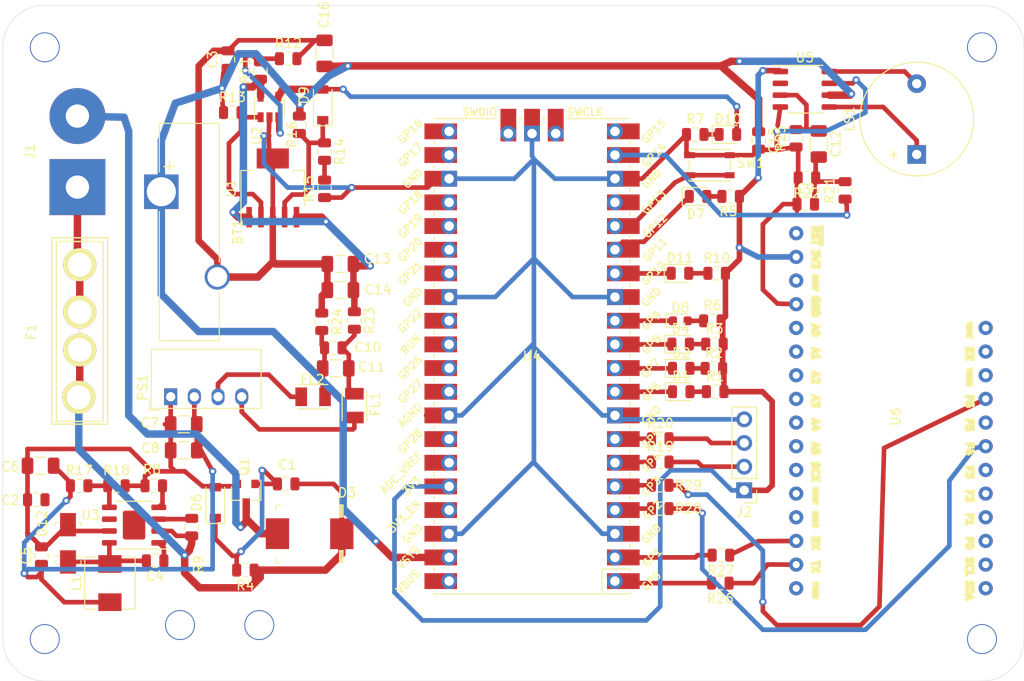
<source format=kicad_pcb>
(kicad_pcb (version 20171130) (host pcbnew 5.1.5+dfsg1-2build2)
  (layers (0 F.Cu signal) (31 B.Cu signal) (34 B.Paste user) (35 F.Paste user) (36 B.SilkS user) (37 F.SilkS user) (38 B.Mask user) (39 F.Mask user) (44 Edge.Cuts user))
  (net 0 "")
  (net 1 "Net-(C1-Pad2)")
  (net 2 "Net-(C1-Pad1)")
  (net 3 "Net-(C2-Pad1)")
  (net 4 "Net-(C2-Pad2)")
  (net 5 +3V3)
  (net 6 GND)
  (net 7 "Net-(C4-Pad2)")
  (net 8 "Net-(C4-Pad1)")
  (net 9 "Net-(C5-Pad1)")
  (net 10 "Net-(C12-Pad2)")
  (net 11 "Net-(C10-Pad2)")
  (net 12 "Net-(C10-Pad1)")
  (net 13 "Net-(C12-Pad1)")
  (net 14 +5V)
  (net 15 PWR)
  (net 16 "Net-(D1-Pad2)")
  (net 17 "Net-(D2-Pad2)")
  (net 18 AIS)
  (net 19 "Net-(D3-Pad2)")
  (net 20 "Net-(D4-Pad2)")
  (net 21 GPS)
  (net 22 MUTE)
  (net 23 "Net-(D7-Pad2)")
  (net 24 SHIPS)
  (net 25 "Net-(D8-Pad2)")
  (net 26 "Net-(D9-Pad1)")
  (net 27 "Net-(D10-Pad2)")
  (net 28 OWNSHIP)
  (net 29 "Net-(D11-Pad2)")
  (net 30 "Net-(F1-Pad2)")
  (net 31 "Net-(FL1-Pad1)")
  (net 32 "Net-(FL2-Pad1)")
  (net 33 "Net-(LS1-Pad1)")
  (net 34 "Net-(LS1-Pad2)")
  (net 35 "Net-(D10-Pad1)")
  (net 36 "Net-(R8-Pad1)")
  (net 37 "Net-(R9-Pad2)")
  (net 38 "Net-(R11-Pad2)")
  (net 39 "Net-(R13-Pad2)")
  (net 40 "Net-(R14-Pad2)")
  (net 41 "Net-(R17-Pad2)")
  (net 42 TX1)
  (net 43 "Net-(J2-Pad2)")
  (net 44 "Net-(J2-Pad3)")
  (net 45 RX1)
  (net 46 TX0)
  (net 47 RX0)
  (net 48 MUTEB)
  (net 49 "Net-(U4-Pad17)")
  (net 50 "Net-(R21-Pad1)")
  (net 51 "Net-(U4-Pad20)")
  (net 52 "Net-(U4-Pad21)")
  (net 53 "Net-(U4-Pad22)")
  (net 54 "Net-(U4-Pad24)")
  (net 55 "Net-(U4-Pad25)")
  (net 56 "Net-(U4-Pad26)")
  (net 57 "Net-(U4-Pad27)")
  (net 58 "Net-(U4-Pad29)")
  (net 59 "Net-(U4-Pad30)")
  (net 60 "Net-(U4-Pad31)")
  (net 61 "Net-(U4-Pad32)")
  (net 62 "Net-(U4-Pad34)")
  (net 63 "Net-(U4-Pad35)")
  (net 64 "Net-(U4-Pad37)")
  (net 65 "Net-(U4-Pad40)")
  (net 66 "Net-(U4-Pad41)")
  (net 67 "Net-(U4-Pad43)")
  (net 68 "Net-(U5-Pad2)")
  (net 69 +BATT)
  (net 70 "Net-(R26-Pad1)")
  (net 71 "Net-(R27-Pad1)")
  (net 72 "Net-(R28-Pad1)")
  (net 73 SLEEP)
  (net 74 "Net-(R29-Pad1)")
  (net 75 LNA)
  (net 76 "Net-(U3-Pad6)")
  (net 77 "Net-(U6-Pad3)")
  (net 78 "Net-(U6-Pad4)")
  (net 79 "Net-(U6-Pad5)")
  (net 80 "Net-(U6-Pad6)")
  (net 81 "Net-(U6-Pad7)")
  (net 82 "Net-(U6-Pad10)")
  (net 83 "Net-(U6-Pad11)")
  (net 84 "Net-(U6-Pad12)")
  (net 85 "Net-(U6-Pad2)")
  (net 86 "Net-(U6-Pad1)")
  (net 87 "Net-(U6-Pad13)")
  (net 88 "Net-(U6-Pad15)")
  (net 89 "Net-(U6-Pad17)")
  (net 90 "Net-(U6-Pad18)")
  (net 91 "Net-(U6-Pad19)")
  (net 92 "Net-(U6-Pad20)")
  (net 93 "Net-(U6-Pad21)")
  (net 94 "Net-(U6-Pad22)")
  (net 95 "Net-(U6-Pad23)")
  (net 96 "Net-(U6-Pad24)")
  (net 97 "Net-(U6-Pad25)")
  (net 98 "Net-(U6-Pad28)")
  (module Connector_PinHeader_2.54mm:PinHeader_1x04_P2.54mm_Vertical (layer F.Cu) (at 171.5 91.04 180)
    (fp_text reference J2 (at 0 -2.33) (layer F.SilkS))
    (fp_text value GPS)
    (pad 1 thru_hole rect (at 0 0 180) (size 1.7 1.7) (drill 1) (layers *.Cu *.Mask) (net 5 +3V3))
    (pad 2 thru_hole oval (at 0 2.54 180) (size 1.7 1.7) (drill 1) (layers *.Cu *.Mask) (net 43 "Net-(J2-Pad2)"))
    (pad 3 thru_hole oval (at 0 5.08 180) (size 1.7 1.7) (drill 1) (layers *.Cu *.Mask) (net 44 "Net-(J2-Pad3)"))
    (pad 4 thru_hole oval (at 0 7.62 180) (size 1.7 1.7) (drill 1) (layers *.Cu *.Mask) (net 6 GND))
  )
  (module Connector_Wire:SolderWirePad_1x02_P7.62mm_Drill2.5mm (layer F.Cu) (at 100 58.5 90)
    (fp_text reference J1 (at 3.81 -5.08 90) (layer F.SilkS))
    (fp_text value "Power Input (12/24)")
    (pad 1 thru_hole rect (at 0 0 90) (size 5.99948 5.99948) (drill 2.49936) (layers *.Cu *.Mask) (net 30 "Net-(F1-Pad2)"))
    (pad 2 thru_hole circle (at 7.62 0 90) (size 5.99948 5.99948) (drill 2.49936) (layers *.Cu *.Mask) (net 19 "Net-(D3-Pad2)"))
  )
  (module Capacitor_SMD:C_0805_2012Metric (layer F.Cu) (at 122.3875 90.35 180)
    (fp_text reference C1 (at -0.1125 2.05) (layer F.SilkS))
    (fp_text value 1u)
    (pad 2 smd roundrect (at 0.9375 0 180) (size 0.975 1.4) (layers F.Cu F.Paste F.Mask) (net 1 "Net-(C1-Pad2)"))
    (pad 1 smd roundrect (at -0.9375 0 180) (size 0.975 1.4) (layers F.Cu F.Paste F.Mask) (net 2 "Net-(C1-Pad1)"))
  )
  (module Capacitor_SMD:C_0805_2012Metric (layer F.Cu) (at 95.5875 92.05 180)
    (fp_text reference C2 (at 2.7875 -0.05) (layer F.SilkS))
    (fp_text value 22n)
    (pad 1 smd roundrect (at -0.9375 0 180) (size 0.975 1.4) (layers F.Cu F.Paste F.Mask) (net 3 "Net-(C2-Pad1)"))
    (pad 2 smd roundrect (at 0.9375 0 180) (size 0.975 1.4) (layers F.Cu F.Paste F.Mask) (net 4 "Net-(C2-Pad2)"))
  )
  (module Capacitor_SMD:C_0805_2012Metric (layer F.Cu) (at 116.15 44.8125 90)
    (fp_text reference C3 (at 0 -1.65 90) (layer F.SilkS))
    (fp_text value 1u)
    (pad 1 smd roundrect (at -0.9375 0 90) (size 0.975 1.4) (layers F.Cu F.Paste F.Mask) (net 69 +BATT))
    (pad 2 smd roundrect (at 0.9375 0 90) (size 0.975 1.4) (layers F.Cu F.Paste F.Mask) (net 6 GND))
  )
  (module Capacitor_SMD:C_0805_2012Metric (layer F.Cu) (at 108.3349 98.6044 180)
    (fp_text reference C4 (at 0 -1.65) (layer F.SilkS))
    (fp_text value 220n)
    (pad 2 smd roundrect (at 0.9375 0 180) (size 0.975 1.4) (layers F.Cu F.Paste F.Mask) (net 7 "Net-(C4-Pad2)"))
    (pad 1 smd roundrect (at -0.9375 0 180) (size 0.975 1.4) (layers F.Cu F.Paste F.Mask) (net 8 "Net-(C4-Pad1)"))
  )
  (module Capacitor_SMD:C_0805_2012Metric (layer F.Cu) (at 96.1452 98.0456 90)
    (fp_text reference C5 (at 0 -1.65 90) (layer F.SilkS))
    (fp_text value 100n)
    (pad 1 smd roundrect (at -0.9375 0 90) (size 0.975 1.4) (layers F.Cu F.Paste F.Mask) (net 9 "Net-(C5-Pad1)"))
    (pad 2 smd roundrect (at 0.9375 0 90) (size 0.975 1.4) (layers F.Cu F.Paste F.Mask) (net 4 "Net-(C2-Pad2)"))
  )
  (module Capacitor_SMD:C_1206_3216Metric (layer F.Cu) (at 96.05 88.4 180)
    (fp_text reference C6 (at 3.25 -0.1) (layer F.SilkS))
    (fp_text value 10u)
    (pad 1 smd roundrect (at -1.4 0 180) (size 1.25 1.75) (layers F.Cu F.Paste F.Mask) (roundrect_rratio 0.2) (net 9 "Net-(C5-Pad1)"))
    (pad 2 smd roundrect (at 1.4 0 180) (size 1.25 1.75) (layers F.Cu F.Paste F.Mask) (roundrect_rratio 0.2) (net 4 "Net-(C2-Pad2)"))
  )
  (module Capacitor_SMD:C_1206_3216Metric (layer F.Cu) (at 111.4 83.95 180)
    (fp_text reference C7 (at 3.65 0.15) (layer F.SilkS))
    (fp_text value 10u)
    (pad 2 smd roundrect (at 1.4 0 180) (size 1.25 1.75) (layers F.Cu F.Paste F.Mask) (roundrect_rratio 0.2) (net 4 "Net-(C2-Pad2)"))
    (pad 1 smd roundrect (at -1.4 0 180) (size 1.25 1.75) (layers F.Cu F.Paste F.Mask) (roundrect_rratio 0.2) (net 9 "Net-(C5-Pad1)"))
  )
  (module Capacitor_SMD:C_1206_3216Metric (layer F.Cu) (at 111.4 86.75 180)
    (fp_text reference C8 (at 3.55 0.25) (layer F.SilkS))
    (fp_text value 10u)
    (pad 1 smd roundrect (at -1.4 0 180) (size 1.25 1.75) (layers F.Cu F.Paste F.Mask) (roundrect_rratio 0.2) (net 9 "Net-(C5-Pad1)"))
    (pad 2 smd roundrect (at 1.4 0 180) (size 1.25 1.75) (layers F.Cu F.Paste F.Mask) (roundrect_rratio 0.2) (net 4 "Net-(C2-Pad2)"))
  )
  (module Capacitor_SMD:C_0805_2012Metric (layer F.Cu) (at 178.0996 60.3256)
    (fp_text reference C9 (at 0 -1.65) (layer F.SilkS))
    (fp_text value 100n)
    (pad 2 smd roundrect (at 0.9375 0) (size 0.975 1.4) (layers F.Cu F.Paste F.Mask) (net 10 "Net-(C12-Pad2)"))
    (pad 1 smd roundrect (at -0.9375 0) (size 0.975 1.4) (layers F.Cu F.Paste F.Mask) (net 6 GND))
  )
  (module Capacitor_SMD:C_0805_2012Metric (layer F.Cu) (at 127.4375 75.75 180)
    (fp_text reference C10 (at -3.7125 0.05) (layer F.SilkS))
    (fp_text value 100n)
    (pad 2 smd roundrect (at 0.9375 0 180) (size 0.975 1.4) (layers F.Cu F.Paste F.Mask) (net 11 "Net-(C10-Pad2)"))
    (pad 1 smd roundrect (at -0.9375 0 180) (size 0.975 1.4) (layers F.Cu F.Paste F.Mask) (net 12 "Net-(C10-Pad1)"))
  )
  (module Capacitor_SMD:C_1206_3216Metric (layer F.Cu) (at 127.7 77.95 180)
    (fp_text reference C11 (at -3.85 0.15) (layer F.SilkS))
    (fp_text value 10u)
    (pad 2 smd roundrect (at 1.4 0 180) (size 1.25 1.75) (layers F.Cu F.Paste F.Mask) (roundrect_rratio 0.2) (net 11 "Net-(C10-Pad2)"))
    (pad 1 smd roundrect (at -1.4 0 180) (size 1.25 1.75) (layers F.Cu F.Paste F.Mask) (roundrect_rratio 0.2) (net 12 "Net-(C10-Pad1)"))
  )
  (module Capacitor_SMD:C_1206_3216Metric (layer F.Cu) (at 179.4966 53.874 270)
    (fp_text reference C12 (at 0 -1.82 90) (layer F.SilkS))
    (fp_text value 10u)
    (pad 1 smd roundrect (at -1.4 0 270) (size 1.25 1.75) (layers F.Cu F.Paste F.Mask) (roundrect_rratio 0.2) (net 13 "Net-(C12-Pad1)"))
    (pad 2 smd roundrect (at 1.4 0 270) (size 1.25 1.75) (layers F.Cu F.Paste F.Mask) (roundrect_rratio 0.2) (net 10 "Net-(C12-Pad2)"))
  )
  (module Capacitor_SMD:C_1206_3216Metric (layer F.Cu) (at 128.2 66.75 180)
    (fp_text reference C13 (at -3.95 0.55) (layer F.SilkS))
    (fp_text value 10u)
    (pad 2 smd roundrect (at 1.4 0 180) (size 1.25 1.75) (layers F.Cu F.Paste F.Mask) (roundrect_rratio 0.2) (net 6 GND))
    (pad 1 smd roundrect (at -1.4 0 180) (size 1.25 1.75) (layers F.Cu F.Paste F.Mask) (roundrect_rratio 0.2) (net 14 +5V))
  )
  (module Capacitor_SMD:C_1206_3216Metric (layer F.Cu) (at 128.2 69.55 180)
    (fp_text reference C14 (at -4.05 0.05) (layer F.SilkS))
    (fp_text value 10u)
    (pad 1 smd roundrect (at -1.4 0 180) (size 1.25 1.75) (layers F.Cu F.Paste F.Mask) (roundrect_rratio 0.2) (net 14 +5V))
    (pad 2 smd roundrect (at 1.4 0 180) (size 1.25 1.75) (layers F.Cu F.Paste F.Mask) (roundrect_rratio 0.2) (net 6 GND))
  )
  (module Capacitor_SMD:C_0805_2012Metric (layer F.Cu) (at 173.045 53.493 270)
    (fp_text reference C15 (at 0 -1.65 90) (layer F.SilkS))
    (fp_text value 100n)
    (pad 1 smd roundrect (at -0.9375 0 270) (size 0.975 1.4) (layers F.Cu F.Paste F.Mask) (net 69 +BATT))
    (pad 2 smd roundrect (at 0.9375 0 270) (size 0.975 1.4) (layers F.Cu F.Paste F.Mask) (net 6 GND))
  )
  (module LED_SMD:LED_0805_2012Metric (layer F.Cu) (at 164.75 80.458401)
    (fp_text reference D1 (at 0 -1.65) (layer F.SilkS))
    (fp_text value PWR)
    (pad 2 smd roundrect (at 0.9375 0) (size 0.975 1.4) (layers F.Cu F.Paste F.Mask) (net 16 "Net-(D1-Pad2)"))
    (pad 1 smd roundrect (at -0.9375 0) (size 0.975 1.4) (layers F.Cu F.Paste F.Mask) (net 15 PWR))
  )
  (module LED_SMD:LED_0805_2012Metric (layer F.Cu) (at 164.75 77.95)
    (fp_text reference D2 (at 0 -1.65) (layer F.SilkS))
    (fp_text value AIS)
    (pad 2 smd roundrect (at 0.9375 0) (size 0.975 1.4) (layers F.Cu F.Paste F.Mask) (net 17 "Net-(D2-Pad2)"))
    (pad 1 smd roundrect (at -0.9375 0) (size 0.975 1.4) (layers F.Cu F.Paste F.Mask) (net 18 AIS))
  )
  (module ais_monitor:DO-214AB (layer F.Cu) (at 124.9 95.7 180)
    (fp_text reference D3 (at -4 4.4) (layer F.SilkS))
    (fp_text value 40V)
    (pad 2 smd rect (at 3.45 0.01 180) (size 2.5 3.3) (layers F.Cu F.Paste F.Mask) (net 19 "Net-(D3-Pad2)"))
    (pad 1 smd rect (at -3.45 0 180) (size 2.5 3.3) (layers F.Cu F.Paste F.Mask) (net 2 "Net-(C1-Pad1)"))
  )
  (module LED_SMD:LED_0805_2012Metric (layer F.Cu) (at 164.6875 75.35)
    (fp_text reference D4 (at 0 -1.65) (layer F.SilkS))
    (fp_text value GPS)
    (pad 2 smd roundrect (at 0.9375 0) (size 0.975 1.4) (layers F.Cu F.Paste F.Mask) (net 20 "Net-(D4-Pad2)"))
    (pad 1 smd roundrect (at -0.9375 0) (size 0.975 1.4) (layers F.Cu F.Paste F.Mask) (net 21 GPS))
  )
  (module LED_SMD:LED_0805_2012Metric (layer F.Cu) (at 166.55 59.5)
    (fp_text reference D7 (at -0.25 1.9) (layer F.SilkS))
    (fp_text value MUTE)
    (pad 1 smd roundrect (at -0.9375 0) (size 0.975 1.4) (layers F.Cu F.Paste F.Mask) (net 22 MUTE))
    (pad 2 smd roundrect (at 0.9375 0) (size 0.975 1.4) (layers F.Cu F.Paste F.Mask) (net 23 "Net-(D7-Pad2)"))
  )
  (module LED_SMD:LED_0603_1608Metric (layer F.Cu) (at 164.65 72.85)
    (fp_text reference D8 (at 0 -1.43) (layer F.SilkS))
    (fp_text value SHIPS)
    (pad 1 smd roundrect (at -0.7875 0) (size 0.875 0.95) (layers F.Cu F.Paste F.Mask) (net 24 SHIPS))
    (pad 2 smd roundrect (at 0.7875 0) (size 0.875 0.95) (layers F.Cu F.Paste F.Mask) (net 25 "Net-(D8-Pad2)"))
  )
  (module Diode_SMD:D_SOD-123 (layer F.Cu) (at 126.3094 49.6742 90)
    (fp_text reference D9 (at 1.0242 -2.0094 90) (layer F.SilkS))
    (fp_text value D)
    (pad 1 smd rect (at -1.65 0 90) (size 0.9 1.2) (layers F.Cu F.Paste F.Mask) (net 26 "Net-(D9-Pad1)"))
    (pad 2 smd rect (at 1.65 0 90) (size 0.9 1.2) (layers F.Cu F.Paste F.Mask) (net 27 "Net-(D10-Pad2)"))
  )
  (module LED_SMD:LED_0805_2012Metric (layer F.Cu) (at 164.6125 67.75)
    (fp_text reference D11 (at 0 -1.65) (layer F.SilkS))
    (fp_text value OWNSHIP)
    (pad 1 smd roundrect (at -0.9375 0) (size 0.975 1.4) (layers F.Cu F.Paste F.Mask) (net 28 OWNSHIP))
    (pad 2 smd roundrect (at 0.9375 0) (size 0.975 1.4) (layers F.Cu F.Paste F.Mask) (net 29 "Net-(D11-Pad2)"))
  )
  (module ais_monitor:BladeFuse-CarType (layer F.Cu) (at 100.25 73.94 90)
    (fp_text reference F1 (at -0.1 -5.2 90) (layer F.SilkS))
    (fp_text value Fuse)
    (pad 1 thru_hole circle (at -2.03 0 90) (size 3.54 3.54) (drill 2.54) (layers *.Cu *.Mask F.SilkS) (net 2 "Net-(C1-Pad1)"))
    (pad 1 thru_hole circle (at -7.11 -0.1 90) (size 3.54 3.54) (drill 2.54) (layers *.Cu *.Mask F.SilkS) (net 2 "Net-(C1-Pad1)"))
    (pad 2 thru_hole circle (at 2.03 0 90) (size 3.54 3.54) (drill 2.54) (layers *.Cu *.Mask F.SilkS) (net 30 "Net-(F1-Pad2)"))
    (pad 2 thru_hole circle (at 7.11 0 90) (size 3.54 3.54) (drill 2.54) (layers *.Cu *.Mask F.SilkS) (net 30 "Net-(F1-Pad2)"))
  )
  (module ais_monitor:FIL_NFZ32BW151HN11L (layer F.Cu) (at 129.7 81.95 90)
    (fp_text reference FL1 (at 0.15 2.25 90) (layer F.SilkS))
    (fp_text value NFZ32BW151HN11L)
    (pad 1 smd rect (at -1.275 0 90) (size 1.25 2) (layers F.Cu F.Paste F.Mask) (net 31 "Net-(FL1-Pad1)"))
    (pad 2 smd rect (at 1.275 0 90) (size 1.25 2) (layers F.Cu F.Paste F.Mask) (net 12 "Net-(C10-Pad1)"))
  )
  (module ais_monitor:FIL_NFZ32BW151HN11L (layer F.Cu) (at 125.275 81)
    (fp_text reference FL2 (at -0.075 -1.85) (layer F.SilkS))
    (fp_text value NFZ32BW151HN11L)
    (pad 2 smd rect (at 1.275 0) (size 1.25 2) (layers F.Cu F.Paste F.Mask) (net 11 "Net-(C10-Pad2)"))
    (pad 1 smd rect (at -1.275 0) (size 1.25 2) (layers F.Cu F.Paste F.Mask) (net 32 "Net-(FL2-Pad1)"))
  )
  (module Inductor_SMD:L_Sunlord_MWSA0518_5.4x5.2mm (layer F.Cu) (at 103.4858 100.992 90)
    (fp_text reference L1 (at 0 -3.6 90) (layer F.SilkS))
    (fp_text value 10u)
    (pad 1 smd rect (at -2.05 0 90) (size 1.9 2.5) (layers F.Cu F.Paste F.Mask) (net 9 "Net-(C5-Pad1)"))
    (pad 2 smd rect (at 2.05 0 90) (size 1.9 2.5) (layers F.Cu F.Paste F.Mask) (net 7 "Net-(C4-Pad2)"))
  )
  (module Buzzer_Beeper:Buzzer_12x9.5RM7.6 (layer F.Cu) (at 190 55 90)
    (fp_text reference LS1 (at 3.8 -7.2 90) (layer F.SilkS))
    (fp_text value Speaker)
    (fp_text user + (at -0.01 -2.54 90) (layer F.SilkS))
    (pad 1 thru_hole rect (at 0 0 90) (size 2 2) (drill 1) (layers *.Cu *.Mask) (net 33 "Net-(LS1-Pad1)"))
    (pad 2 thru_hole circle (at 7.6 0 90) (size 2 2) (drill 1) (layers *.Cu *.Mask) (net 34 "Net-(LS1-Pad2)"))
  )
  (module Converter_DCDC:Converter_DCDC_muRata_CRE1xxxxxx3C_THT (layer F.Cu) (at 110 81 90)
    (fp_text reference PS1 (at 1 -3 90) (layer F.SilkS))
    (fp_text value HLK-PM03)
    (pad 4 thru_hole oval (at 0 7.62) (size 1.4 1.8) (drill 1) (layers *.Cu *.Mask) (net 31 "Net-(FL1-Pad1)"))
    (pad 3 thru_hole oval (at 0 5.08) (size 1.4 1.8) (drill 1) (layers *.Cu *.Mask) (net 32 "Net-(FL2-Pad1)"))
    (pad 2 thru_hole oval (at 0 2.54) (size 1.4 1.8) (drill 1) (layers *.Cu *.Mask) (net 9 "Net-(C5-Pad1)"))
    (pad 1 thru_hole rect (at 0 0) (size 1.4 1.8) (drill 1) (layers *.Cu *.Mask) (net 4 "Net-(C2-Pad2)"))
  )
  (module Package_TO_SOT_SMD:SOT-23 (layer F.Cu) (at 118.1 91.35 270)
    (fp_text reference Q1 (at -2.85 0.2 90) (layer F.SilkS))
    (fp_text value Q_NMOS_DGS)
    (pad 1 smd rect (at -1 -0.95 270) (size 0.9 0.8) (layers F.Cu F.Paste F.Mask) (net 1 "Net-(C1-Pad2)"))
    (pad 2 smd rect (at -1 0.95 270) (size 0.9 0.8) (layers F.Cu F.Paste F.Mask) (net 4 "Net-(C2-Pad2)"))
    (pad 3 smd rect (at 1 0 270) (size 0.9 0.8) (layers F.Cu F.Paste F.Mask) (net 19 "Net-(D3-Pad2)"))
  )
  (module Resistor_SMD:R_0805_2012Metric (layer F.Cu) (at 168.3875 80.45)
    (fp_text reference R1 (at 0 -1.65) (layer F.SilkS))
    (fp_text value 2k4)
    (pad 2 smd roundrect (at 0.9375 0) (size 0.975 1.4) (layers F.Cu F.Paste F.Mask) (net 5 +3V3))
    (pad 1 smd roundrect (at -0.9375 0) (size 0.975 1.4) (layers F.Cu F.Paste F.Mask) (net 16 "Net-(D1-Pad2)"))
  )
  (module Resistor_SMD:R_0805_2012Metric (layer F.Cu) (at 168.25 77.95)
    (fp_text reference R2 (at 0 -1.65) (layer F.SilkS))
    (fp_text value 1k2)
    (pad 1 smd roundrect (at -0.9375 0) (size 0.975 1.4) (layers F.Cu F.Paste F.Mask) (net 17 "Net-(D2-Pad2)"))
    (pad 2 smd roundrect (at 0.9375 0) (size 0.975 1.4) (layers F.Cu F.Paste F.Mask) (net 5 +3V3))
  )
  (module Resistor_SMD:R_0805_2012Metric (layer F.Cu) (at 168.3125 75.35)
    (fp_text reference R3 (at 0 -1.65) (layer F.SilkS))
    (fp_text value 1k2)
    (pad 2 smd roundrect (at 0.9375 0) (size 0.975 1.4) (layers F.Cu F.Paste F.Mask) (net 5 +3V3))
    (pad 1 smd roundrect (at -0.9375 0) (size 0.975 1.4) (layers F.Cu F.Paste F.Mask) (net 20 "Net-(D4-Pad2)"))
  )
  (module Resistor_SMD:R_0805_2012Metric (layer F.Cu) (at 118.0125 99.6 180)
    (fp_text reference R4 (at 0 -1.65) (layer F.SilkS))
    (fp_text value 10k)
    (pad 2 smd roundrect (at 0.9375 0 180) (size 0.975 1.4) (layers F.Cu F.Paste F.Mask) (net 1 "Net-(C1-Pad2)"))
    (pad 1 smd roundrect (at -0.9375 0 180) (size 0.975 1.4) (layers F.Cu F.Paste F.Mask) (net 2 "Net-(C1-Pad1)"))
  )
  (module Resistor_SMD:R_0805_2012Metric (layer F.Cu) (at 170.05 59.5)
    (fp_text reference R5 (at -0.25 1.6) (layer F.SilkS))
    (fp_text value 2k4)
    (pad 2 smd roundrect (at 0.9375 0) (size 0.975 1.4) (layers F.Cu F.Paste F.Mask) (net 5 +3V3))
    (pad 1 smd roundrect (at -0.9375 0) (size 0.975 1.4) (layers F.Cu F.Paste F.Mask) (net 23 "Net-(D7-Pad2)"))
  )
  (module Resistor_SMD:R_0805_2012Metric (layer F.Cu) (at 168.0875 72.85)
    (fp_text reference R6 (at 0 -1.65) (layer F.SilkS))
    (fp_text value 1k2)
    (pad 1 smd roundrect (at -0.9375 0) (size 0.975 1.4) (layers F.Cu F.Paste F.Mask) (net 25 "Net-(D8-Pad2)"))
    (pad 2 smd roundrect (at 0.9375 0) (size 0.975 1.4) (layers F.Cu F.Paste F.Mask) (net 5 +3V3))
  )
  (module Resistor_SMD:R_0805_2012Metric (layer F.Cu) (at 166.25 52.85)
    (fp_text reference R7 (at 0 -1.65) (layer F.SilkS))
    (fp_text value 2k4)
    (pad 2 smd roundrect (at 0.9375 0) (size 0.975 1.4) (layers F.Cu F.Paste F.Mask) (net 35 "Net-(D10-Pad1)"))
    (pad 1 smd roundrect (at -0.9375 0) (size 0.975 1.4) (layers F.Cu F.Paste F.Mask) (net 6 GND))
  )
  (module Resistor_SMD:R_0805_2012Metric (layer F.Cu) (at 108.1875 90.55 180)
    (fp_text reference R8 (at 0.1875 1.75) (layer F.SilkS))
    (fp_text value 47k)
    (pad 2 smd roundrect (at 0.9375 0 180) (size 0.975 1.4) (layers F.Cu F.Paste F.Mask) (net 4 "Net-(C2-Pad2)"))
    (pad 1 smd roundrect (at -0.9375 0 180) (size 0.975 1.4) (layers F.Cu F.Paste F.Mask) (net 36 "Net-(R8-Pad1)"))
  )
  (module Resistor_SMD:R_0805_2012Metric (layer F.Cu) (at 112.25 94.9875 90)
    (fp_text reference R9 (at -4.0125 0.75 90) (layer F.SilkS))
    (fp_text value 10k)
    (pad 2 smd roundrect (at 0.9375 0 90) (size 0.975 1.4) (layers F.Cu F.Paste F.Mask) (net 37 "Net-(R9-Pad2)"))
    (pad 1 smd roundrect (at -0.9375 0 90) (size 0.975 1.4) (layers F.Cu F.Paste F.Mask) (net 2 "Net-(C1-Pad1)"))
  )
  (module Resistor_SMD:R_0805_2012Metric (layer F.Cu) (at 168.55 67.75)
    (fp_text reference R10 (at 0 -1.65) (layer F.SilkS))
    (fp_text value 1k2)
    (pad 2 smd roundrect (at 0.9375 0) (size 0.975 1.4) (layers F.Cu F.Paste F.Mask) (net 5 +3V3))
    (pad 1 smd roundrect (at -0.9375 0) (size 0.975 1.4) (layers F.Cu F.Paste F.Mask) (net 29 "Net-(D11-Pad2)"))
  )
  (module Resistor_SMD:R_0805_2012Metric (layer F.Cu) (at 119.6292 45.9912 90)
    (fp_text reference R11 (at 0 -1.65 90) (layer F.SilkS))
    (fp_text value 10k)
    (pad 1 smd roundrect (at -0.9375 0 90) (size 0.975 1.4) (layers F.Cu F.Paste F.Mask) (net 14 +5V))
    (pad 2 smd roundrect (at 0.9375 0 90) (size 0.975 1.4) (layers F.Cu F.Paste F.Mask) (net 38 "Net-(R11-Pad2)"))
  )
  (module Resistor_SMD:R_0805_2012Metric (layer F.Cu) (at 122.601 44.7212)
    (fp_text reference R12 (at 0 -1.65) (layer F.SilkS))
    (fp_text value 100k)
    (pad 2 smd roundrect (at 0.9375 0) (size 0.975 1.4) (layers F.Cu F.Paste F.Mask) (net 6 GND))
    (pad 1 smd roundrect (at -0.9375 0) (size 0.975 1.4) (layers F.Cu F.Paste F.Mask) (net 38 "Net-(R11-Pad2)"))
  )
  (module Resistor_SMD:R_0805_2012Metric (layer F.Cu) (at 116.6066 50.5)
    (fp_text reference R13 (at 0 -1.65) (layer F.SilkS))
    (fp_text value 4.7)
    (pad 1 smd roundrect (at -0.9375 0) (size 0.975 1.4) (layers F.Cu F.Paste F.Mask) (net 69 +BATT))
    (pad 2 smd roundrect (at 0.9375 0) (size 0.975 1.4) (layers F.Cu F.Paste F.Mask) (net 39 "Net-(R13-Pad2)"))
  )
  (module Resistor_SMD:R_0805_2012Metric (layer F.Cu) (at 126.5 54.6875 270)
    (fp_text reference R14 (at 0 -1.65 90) (layer F.SilkS))
    (fp_text value 20k)
    (pad 1 smd roundrect (at -0.9375 0 270) (size 0.975 1.4) (layers F.Cu F.Paste F.Mask) (net 26 "Net-(D9-Pad1)"))
    (pad 2 smd roundrect (at 0.9375 0 270) (size 0.975 1.4) (layers F.Cu F.Paste F.Mask) (net 40 "Net-(R14-Pad2)"))
  )
  (module Resistor_SMD:R_0805_2012Metric (layer F.Cu) (at 126.5 58.6875 90)
    (fp_text reference R15 (at 0 -1.65 90) (layer F.SilkS))
    (fp_text value 1k)
    (pad 1 smd roundrect (at -0.9375 0 90) (size 0.975 1.4) (layers F.Cu F.Paste F.Mask) (net 6 GND))
    (pad 2 smd roundrect (at 0.9375 0 90) (size 0.975 1.4) (layers F.Cu F.Paste F.Mask) (net 40 "Net-(R14-Pad2)"))
  )
  (module Resistor_SMD:R_0805_2012Metric (layer F.Cu) (at 123.8 51.8125 270)
    (fp_text reference R16 (at 1.0375 0.8 90) (layer F.SilkS))
    (fp_text value 47k)
    (pad 2 smd roundrect (at 0.9375 0 270) (size 0.975 1.4) (layers F.Cu F.Paste F.Mask) (net 26 "Net-(D9-Pad1)"))
    (pad 1 smd roundrect (at -0.9375 0 270) (size 0.975 1.4) (layers F.Cu F.Paste F.Mask) (net 69 +BATT))
  )
  (module Resistor_SMD:R_0805_2012Metric (layer F.Cu) (at 100.1875 90.55)
    (fp_text reference R17 (at 0 -1.65) (layer F.SilkS))
    (fp_text value 56k)
    (pad 1 smd roundrect (at -0.9375 0) (size 0.975 1.4) (layers F.Cu F.Paste F.Mask) (net 9 "Net-(C5-Pad1)"))
    (pad 2 smd roundrect (at 0.9375 0) (size 0.975 1.4) (layers F.Cu F.Paste F.Mask) (net 41 "Net-(R17-Pad2)"))
  )
  (module Resistor_SMD:R_0805_2012Metric (layer F.Cu) (at 104.1875 90.55)
    (fp_text reference R18 (at 0 -1.65) (layer F.SilkS))
    (fp_text value 10k)
    (pad 1 smd roundrect (at -0.9375 0) (size 0.975 1.4) (layers F.Cu F.Paste F.Mask) (net 41 "Net-(R17-Pad2)"))
    (pad 2 smd roundrect (at 0.9375 0) (size 0.975 1.4) (layers F.Cu F.Paste F.Mask) (net 4 "Net-(C2-Pad2)"))
  )
  (module Resistor_SMD:R_0805_2012Metric (layer F.Cu) (at 162.5 88)
    (fp_text reference R19 (at 0 -1.65) (layer F.SilkS))
    (fp_text value 2k4)
    (pad 1 smd roundrect (at -0.9375 0) (size 0.975 1.4) (layers F.Cu F.Paste F.Mask) (net 42 TX1))
    (pad 2 smd roundrect (at 0.9375 0) (size 0.975 1.4) (layers F.Cu F.Paste F.Mask) (net 43 "Net-(J2-Pad2)"))
  )
  (module Resistor_SMD:R_0805_2012Metric (layer F.Cu) (at 162.5 85.5)
    (fp_text reference R20 (at 0 -1.65) (layer F.SilkS))
    (fp_text value 2k4)
    (pad 2 smd roundrect (at 0.9375 0) (size 0.975 1.4) (layers F.Cu F.Paste F.Mask) (net 44 "Net-(J2-Pad3)"))
    (pad 1 smd roundrect (at -0.9375 0) (size 0.975 1.4) (layers F.Cu F.Paste F.Mask) (net 45 RX1))
  )
  (module Resistor_SMD:R_0805_2012Metric (layer F.Cu) (at 129.7 72.8125 270)
    (fp_text reference R23 (at 0 -1.65 90) (layer F.SilkS))
    (fp_text value 1)
    (pad 2 smd roundrect (at 0.9375 0 270) (size 0.975 1.4) (layers F.Cu F.Paste F.Mask) (net 12 "Net-(C10-Pad1)"))
    (pad 1 smd roundrect (at -0.9375 0 270) (size 0.975 1.4) (layers F.Cu F.Paste F.Mask) (net 14 +5V))
  )
  (module Resistor_SMD:R_0805_2012Metric (layer F.Cu) (at 126.2 72.95 270)
    (fp_text reference R24 (at 0 -1.65 90) (layer F.SilkS))
    (fp_text value 1)
    (pad 1 smd roundrect (at -0.9375 0 270) (size 0.975 1.4) (layers F.Cu F.Paste F.Mask) (net 6 GND))
    (pad 2 smd roundrect (at 0.9375 0 270) (size 0.975 1.4) (layers F.Cu F.Paste F.Mask) (net 11 "Net-(C10-Pad2)"))
  )
  (module Package_TO_SOT_SMD:SOT-223-6_TabPin3 (layer F.Cu) (at 120.95 58.5896 90)
    (fp_text reference U1 (at -0.0375 -4.5 90) (layer F.SilkS))
    (fp_text value TPS73701)
    (pad 4 smd rect (at -3.1375 1.27 90) (size 2.2 0.6) (layers F.Cu F.Paste F.Mask) (net 26 "Net-(D9-Pad1)"))
    (pad 2 smd rect (at -3.1375 -1.27 90) (size 2.2 0.6) (layers F.Cu F.Paste F.Mask) (net 39 "Net-(R13-Pad2)"))
    (pad 3 smd rect (at 3.1625 0 90) (size 2.15 3.45) (layers F.Cu F.Paste F.Mask) (net 6 GND))
    (pad 3 smd rect (at -3.1375 0 90) (size 2.2 0.6) (layers F.Cu F.Paste F.Mask) (net 6 GND))
    (pad 5 smd rect (at -3.1375 2.54 90) (size 2.2 0.6) (layers F.Cu F.Paste F.Mask) (net 14 +5V))
    (pad 1 smd rect (at -3.1375 -2.54 90) (size 2.2 0.6) (layers F.Cu F.Paste F.Mask) (net 14 +5V))
  )
  (module Package_TO_SOT_SMD:SOT-23-5 (layer F.Cu) (at 120.5944 49.9028 90)
    (fp_text reference U2 (at -3.0972 -1.3444 90) (layer F.SilkS))
    (fp_text value LM321)
    (pad 1 smd rect (at -1.1 -0.95 90) (size 1.06 0.65) (layers F.Cu F.Paste F.Mask) (net 39 "Net-(R13-Pad2)"))
    (pad 2 smd rect (at -1.1 0 90) (size 1.06 0.65) (layers F.Cu F.Paste F.Mask) (net 6 GND))
    (pad 3 smd rect (at -1.1 0.95 90) (size 1.06 0.65) (layers F.Cu F.Paste F.Mask) (net 38 "Net-(R11-Pad2)"))
    (pad 4 smd rect (at 1.1 0.95 90) (size 1.06 0.65) (layers F.Cu F.Paste F.Mask) (net 27 "Net-(D10-Pad2)"))
    (pad 5 smd rect (at 1.1 -0.95 90) (size 1.06 0.65) (layers F.Cu F.Paste F.Mask) (net 14 +5V))
  )
  (module pypilot_footprints:HSOP-8-1EP_3.9x4.9mm_P1.27mm_EP2.41x3.1mm (layer F.Cu) (at 106.0766 94.769 90)
    (fp_text reference U3 (at 1.069 -4.6766) (layer F.SilkS))
    (fp_text value ADP2302ARDZ)
    (pad 9 smd roundrect (at 0 0 180) (size 2.41 3.1) (layers F.Cu F.Mask) (roundrect_rratio 0.103734))
    (pad 1 smd roundrect (at -1.905 2.65 180) (size 1.6 0.6) (layers F.Cu F.Paste F.Mask) (net 8 "Net-(C4-Pad1)"))
    (pad 2 smd roundrect (at -0.635 2.65 180) (size 1.6 0.6) (layers F.Cu F.Paste F.Mask) (net 2 "Net-(C1-Pad1)"))
    (pad 3 smd roundrect (at 0.635 2.65 180) (size 1.6 0.6) (layers F.Cu F.Paste F.Mask) (net 37 "Net-(R9-Pad2)"))
    (pad 4 smd roundrect (at 1.905 2.65 180) (size 1.6 0.6) (layers F.Cu F.Paste F.Mask) (net 36 "Net-(R8-Pad1)"))
    (pad 5 smd roundrect (at 1.905 -2.65 180) (size 1.6 0.6) (layers F.Cu F.Paste F.Mask) (net 41 "Net-(R17-Pad2)"))
    (pad 6 smd roundrect (at 0.635 -2.65 180) (size 1.6 0.6) (layers F.Cu F.Paste F.Mask) (net 76 "Net-(U3-Pad6)"))
    (pad 7 smd roundrect (at -0.635 -2.65 180) (size 1.6 0.6) (layers F.Cu F.Paste F.Mask) (net 4 "Net-(C2-Pad2)"))
    (pad 8 smd roundrect (at -1.905 -2.65 180) (size 1.6 0.6) (layers F.Cu F.Paste F.Mask) (net 7 "Net-(C4-Pad2)"))
  )
  (module RPi_Pico:RPi_Pico_SMD_TH (layer F.Cu) (at 148.75 76.65 180)
    (fp_text reference U4 (at 0 0) (layer F.SilkS))
    (fp_text value Pico)
    (fp_text user GP1 (at -12.9 -21.6 45) (layer F.SilkS) (effects (font (size 0.8 0.8))))
    (fp_text user GP2 (at -12.9 -16.51 45) (layer F.SilkS) (effects (font (size 0.8 0.8))))
    (fp_text user GP0 (at -12.8 -24.13 45) (layer F.SilkS) (effects (font (size 0.8 0.8))))
    (fp_text user GP3 (at -12.8 -13.97 45) (layer F.SilkS) (effects (font (size 0.8 0.8))))
    (fp_text user GP4 (at -12.8 -11.43 45) (layer F.SilkS) (effects (font (size 0.8 0.8))))
    (fp_text user GP5 (at -12.8 -8.89 45) (layer F.SilkS) (effects (font (size 0.8 0.8))))
    (fp_text user GP6 (at -12.8 -3.81 45) (layer F.SilkS) (effects (font (size 0.8 0.8))))
    (fp_text user GP7 (at -12.7 -1.3 45) (layer F.SilkS) (effects (font (size 0.8 0.8))))
    (fp_text user GP8 (at -12.8 1.27 45) (layer F.SilkS) (effects (font (size 0.8 0.8))))
    (fp_text user GP9 (at -12.8 3.81 45) (layer F.SilkS) (effects (font (size 0.8 0.8))))
    (fp_text user GP10 (at -13.054 8.89 45) (layer F.SilkS) (effects (font (size 0.8 0.8))))
    (fp_text user GP11 (at -13.2 11.43 45) (layer F.SilkS) (effects (font (size 0.8 0.8))))
    (fp_text user GP12 (at -13.2 13.97 45) (layer F.SilkS) (effects (font (size 0.8 0.8))))
    (fp_text user GP13 (at -13.054 16.51 45) (layer F.SilkS) (effects (font (size 0.8 0.8))))
    (fp_text user GP14 (at -13.1 21.59 45) (layer F.SilkS) (effects (font (size 0.8 0.8))))
    (fp_text user GP15 (at -13.054 24.13 45) (layer F.SilkS) (effects (font (size 0.8 0.8))))
    (fp_text user GP16 (at 13.054 24.13 45) (layer F.SilkS) (effects (font (size 0.8 0.8))))
    (fp_text user GP17 (at 13.054 21.59 45) (layer F.SilkS) (effects (font (size 0.8 0.8))))
    (fp_text user GP18 (at 13.054 16.51 45) (layer F.SilkS) (effects (font (size 0.8 0.8))))
    (fp_text user GP19 (at 13.054 13.97 45) (layer F.SilkS) (effects (font (size 0.8 0.8))))
    (fp_text user GP20 (at 13.054 11.43 45) (layer F.SilkS) (effects (font (size 0.8 0.8))))
    (fp_text user GP21 (at 13.054 8.9 45) (layer F.SilkS) (effects (font (size 0.8 0.8))))
    (fp_text user GP22 (at 13.054 3.81 45) (layer F.SilkS) (effects (font (size 0.8 0.8))))
    (fp_text user RUN (at 13 1.27 45) (layer F.SilkS) (effects (font (size 0.8 0.8))))
    (fp_text user GP26 (at 13.054 -1.27 45) (layer F.SilkS) (effects (font (size 0.8 0.8))))
    (fp_text user GP27 (at 13.054 -3.8 45) (layer F.SilkS) (effects (font (size 0.8 0.8))))
    (fp_text user GP28 (at 13.054 -9.144 45) (layer F.SilkS) (effects (font (size 0.8 0.8))))
    (fp_text user ADC_VREF (at 14 -12.5 45) (layer F.SilkS) (effects (font (size 0.8 0.8))))
    (fp_text user 3V3 (at 12.9 -13.9 45) (layer F.SilkS) (effects (font (size 0.8 0.8))))
    (fp_text user 3V3_EN (at 13.7 -17.2 45) (layer F.SilkS) (effects (font (size 0.8 0.8))))
    (fp_text user VSYS (at 13.2 -21.59 45) (layer F.SilkS) (effects (font (size 0.8 0.8))))
    (fp_text user VBUS (at 13.3 -24.2 45) (layer F.SilkS) (effects (font (size 0.8 0.8))))
    (fp_text user GND (at -12.8 -19.05 45) (layer F.SilkS) (effects (font (size 0.8 0.8))))
    (fp_text user GND (at -12.8 -6.35 45) (layer F.SilkS) (effects (font (size 0.8 0.8))))
    (fp_text user GND (at -12.8 6.35 45) (layer F.SilkS) (effects (font (size 0.8 0.8))))
    (fp_text user GND (at -12.8 19.05 45) (layer F.SilkS) (effects (font (size 0.8 0.8))))
    (fp_text user GND (at 12.8 19.05 45) (layer F.SilkS) (effects (font (size 0.8 0.8))))
    (fp_text user GND (at 12.8 6.35 45) (layer F.SilkS) (effects (font (size 0.8 0.8))))
    (fp_text user GND (at 12.8 -19.05 45) (layer F.SilkS) (effects (font (size 0.8 0.8))))
    (fp_text user AGND (at 13.054 -6.35 45) (layer F.SilkS) (effects (font (size 0.8 0.8))))
    (fp_text user SWCLK (at -5.7 26.2) (layer F.SilkS) (effects (font (size 0.8 0.8))))
    (fp_text user SWDIO (at 5.6 26.2) (layer F.SilkS) (effects (font (size 0.8 0.8))))
    (pad 1 thru_hole oval (at -8.89 -24.13 180) (size 1.7 1.7) (drill 1.02) (layers *.Cu *.Mask) (net 46 TX0))
    (pad 2 thru_hole oval (at -8.89 -21.59 180) (size 1.7 1.7) (drill 1.02) (layers *.Cu *.Mask) (net 47 RX0))
    (pad 3 thru_hole rect (at -8.89 -19.05 180) (size 1.7 1.7) (drill 1.02) (layers *.Cu *.Mask) (net 6 GND))
    (pad 4 thru_hole oval (at -8.89 -16.51 180) (size 1.7 1.7) (drill 1.02) (layers *.Cu *.Mask) (net 72 "Net-(R28-Pad1)"))
    (pad 5 thru_hole oval (at -8.89 -13.97 180) (size 1.7 1.7) (drill 1.02) (layers *.Cu *.Mask) (net 74 "Net-(R29-Pad1)"))
    (pad 6 thru_hole oval (at -8.89 -11.43 180) (size 1.7 1.7) (drill 1.02) (layers *.Cu *.Mask) (net 42 TX1))
    (pad 7 thru_hole oval (at -8.89 -8.89 180) (size 1.7 1.7) (drill 1.02) (layers *.Cu *.Mask) (net 45 RX1))
    (pad 8 thru_hole rect (at -8.89 -6.35 180) (size 1.7 1.7) (drill 1.02) (layers *.Cu *.Mask) (net 6 GND))
    (pad 9 thru_hole oval (at -8.89 -3.81 180) (size 1.7 1.7) (drill 1.02) (layers *.Cu *.Mask) (net 15 PWR))
    (pad 10 thru_hole oval (at -8.89 -1.27 180) (size 1.7 1.7) (drill 1.02) (layers *.Cu *.Mask) (net 18 AIS))
    (pad 11 thru_hole oval (at -8.89 1.27 180) (size 1.7 1.7) (drill 1.02) (layers *.Cu *.Mask) (net 21 GPS))
    (pad 12 thru_hole oval (at -8.89 3.81 180) (size 1.7 1.7) (drill 1.02) (layers *.Cu *.Mask) (net 24 SHIPS))
    (pad 13 thru_hole rect (at -8.89 6.35 180) (size 1.7 1.7) (drill 1.02) (layers *.Cu *.Mask) (net 6 GND))
    (pad 14 thru_hole oval (at -8.89 8.89 180) (size 1.7 1.7) (drill 1.02) (layers *.Cu *.Mask) (net 28 OWNSHIP))
    (pad 15 thru_hole oval (at -8.89 11.43 180) (size 1.7 1.7) (drill 1.02) (layers *.Cu *.Mask) (net 22 MUTE))
    (pad 16 thru_hole oval (at -8.89 13.97 180) (size 1.7 1.7) (drill 1.02) (layers *.Cu *.Mask) (net 48 MUTEB))
    (pad 17 thru_hole oval (at -8.89 16.51 180) (size 1.7 1.7) (drill 1.02) (layers *.Cu *.Mask) (net 49 "Net-(U4-Pad17)"))
    (pad 18 thru_hole rect (at -8.89 19.05 180) (size 1.7 1.7) (drill 1.02) (layers *.Cu *.Mask) (net 6 GND))
    (pad 19 thru_hole oval (at -8.89 21.59 180) (size 1.7 1.7) (drill 1.02) (layers *.Cu *.Mask) (net 50 "Net-(R21-Pad1)"))
    (pad 20 thru_hole oval (at -8.89 24.13 180) (size 1.7 1.7) (drill 1.02) (layers *.Cu *.Mask) (net 51 "Net-(U4-Pad20)"))
    (pad 21 thru_hole oval (at 8.89 24.13 180) (size 1.7 1.7) (drill 1.02) (layers *.Cu *.Mask) (net 52 "Net-(U4-Pad21)"))
    (pad 22 thru_hole oval (at 8.89 21.59 180) (size 1.7 1.7) (drill 1.02) (layers *.Cu *.Mask) (net 53 "Net-(U4-Pad22)"))
    (pad 23 thru_hole rect (at 8.89 19.05 180) (size 1.7 1.7) (drill 1.02) (layers *.Cu *.Mask) (net 6 GND))
    (pad 24 thru_hole oval (at 8.89 16.51 180) (size 1.7 1.7) (drill 1.02) (layers *.Cu *.Mask) (net 54 "Net-(U4-Pad24)"))
    (pad 25 thru_hole oval (at 8.89 13.97 180) (size 1.7 1.7) (drill 1.02) (layers *.Cu *.Mask) (net 55 "Net-(U4-Pad25)"))
    (pad 26 thru_hole oval (at 8.89 11.43 180) (size 1.7 1.7) (drill 1.02) (layers *.Cu *.Mask) (net 56 "Net-(U4-Pad26)"))
    (pad 27 thru_hole oval (at 8.89 8.89 180) (size 1.7 1.7) (drill 1.02) (layers *.Cu *.Mask) (net 57 "Net-(U4-Pad27)"))
    (pad 28 thru_hole rect (at 8.89 6.35 180) (size 1.7 1.7) (drill 1.02) (layers *.Cu *.Mask) (net 6 GND))
    (pad 29 thru_hole oval (at 8.89 3.81 180) (size 1.7 1.7) (drill 1.02) (layers *.Cu *.Mask) (net 58 "Net-(U4-Pad29)"))
    (pad 30 thru_hole oval (at 8.89 1.27 180) (size 1.7 1.7) (drill 1.02) (layers *.Cu *.Mask) (net 59 "Net-(U4-Pad30)"))
    (pad 31 thru_hole oval (at 8.89 -1.27 180) (size 1.7 1.7) (drill 1.02) (layers *.Cu *.Mask) (net 60 "Net-(U4-Pad31)"))
    (pad 32 thru_hole oval (at 8.89 -3.81 180) (size 1.7 1.7) (drill 1.02) (layers *.Cu *.Mask) (net 61 "Net-(U4-Pad32)"))
    (pad 33 thru_hole rect (at 8.89 -6.35 180) (size 1.7 1.7) (drill 1.02) (layers *.Cu *.Mask) (net 6 GND))
    (pad 34 thru_hole oval (at 8.89 -8.89 180) (size 1.7 1.7) (drill 1.02) (layers *.Cu *.Mask) (net 62 "Net-(U4-Pad34)"))
    (pad 35 thru_hole oval (at 8.89 -11.43 180) (size 1.7 1.7) (drill 1.02) (layers *.Cu *.Mask) (net 63 "Net-(U4-Pad35)"))
    (pad 36 thru_hole oval (at 8.89 -13.97 180) (size 1.7 1.7) (drill 1.02) (layers *.Cu *.Mask) (net 5 +3V3))
    (pad 37 thru_hole oval (at 8.89 -16.51 180) (size 1.7 1.7) (drill 1.02) (layers *.Cu *.Mask) (net 64 "Net-(U4-Pad37)"))
    (pad 38 thru_hole rect (at 8.89 -19.05 180) (size 1.7 1.7) (drill 1.02) (layers *.Cu *.Mask) (net 6 GND))
    (pad 39 thru_hole oval (at 8.89 -21.59 180) (size 1.7 1.7) (drill 1.02) (layers *.Cu *.Mask) (net 69 +BATT))
    (pad 40 thru_hole oval (at 8.89 -24.13 180) (size 1.7 1.7) (drill 1.02) (layers *.Cu *.Mask) (net 65 "Net-(U4-Pad40)"))
    (pad 1 smd rect (at -8.89 -24.13 180) (size 3.5 1.7) (drill (offset -0.9 0)) (layers F.Cu F.Mask) (net 46 TX0))
    (pad 2 smd rect (at -8.89 -21.59 180) (size 3.5 1.7) (drill (offset -0.9 0)) (layers F.Cu F.Mask) (net 47 RX0))
    (pad 3 smd rect (at -8.89 -19.05 180) (size 3.5 1.7) (drill (offset -0.9 0)) (layers F.Cu F.Mask) (net 6 GND))
    (pad 4 smd rect (at -8.89 -16.51 180) (size 3.5 1.7) (drill (offset -0.9 0)) (layers F.Cu F.Mask) (net 72 "Net-(R28-Pad1)"))
    (pad 5 smd rect (at -8.89 -13.97 180) (size 3.5 1.7) (drill (offset -0.9 0)) (layers F.Cu F.Mask) (net 74 "Net-(R29-Pad1)"))
    (pad 6 smd rect (at -8.89 -11.43 180) (size 3.5 1.7) (drill (offset -0.9 0)) (layers F.Cu F.Mask) (net 42 TX1))
    (pad 7 smd rect (at -8.89 -8.89 180) (size 3.5 1.7) (drill (offset -0.9 0)) (layers F.Cu F.Mask) (net 45 RX1))
    (pad 8 smd rect (at -8.89 -6.35 180) (size 3.5 1.7) (drill (offset -0.9 0)) (layers F.Cu F.Mask) (net 6 GND))
    (pad 9 smd rect (at -8.89 -3.81 180) (size 3.5 1.7) (drill (offset -0.9 0)) (layers F.Cu F.Mask) (net 15 PWR))
    (pad 10 smd rect (at -8.89 -1.27 180) (size 3.5 1.7) (drill (offset -0.9 0)) (layers F.Cu F.Mask) (net 18 AIS))
    (pad 11 smd rect (at -8.89 1.27 180) (size 3.5 1.7) (drill (offset -0.9 0)) (layers F.Cu F.Mask) (net 21 GPS))
    (pad 12 smd rect (at -8.89 3.81 180) (size 3.5 1.7) (drill (offset -0.9 0)) (layers F.Cu F.Mask) (net 24 SHIPS))
    (pad 13 smd rect (at -8.89 6.35 180) (size 3.5 1.7) (drill (offset -0.9 0)) (layers F.Cu F.Mask) (net 6 GND))
    (pad 14 smd rect (at -8.89 8.89 180) (size 3.5 1.7) (drill (offset -0.9 0)) (layers F.Cu F.Mask) (net 28 OWNSHIP))
    (pad 15 smd rect (at -8.89 11.43 180) (size 3.5 1.7) (drill (offset -0.9 0)) (layers F.Cu F.Mask) (net 22 MUTE))
    (pad 16 smd rect (at -8.89 13.97 180) (size 3.5 1.7) (drill (offset -0.9 0)) (layers F.Cu F.Mask) (net 48 MUTEB))
    (pad 17 smd rect (at -8.89 16.51 180) (size 3.5 1.7) (drill (offset -0.9 0)) (layers F.Cu F.Mask) (net 49 "Net-(U4-Pad17)"))
    (pad 18 smd rect (at -8.89 19.05 180) (size 3.5 1.7) (drill (offset -0.9 0)) (layers F.Cu F.Mask) (net 6 GND))
    (pad 19 smd rect (at -8.89 21.59 180) (size 3.5 1.7) (drill (offset -0.9 0)) (layers F.Cu F.Mask) (net 50 "Net-(R21-Pad1)"))
    (pad 20 smd rect (at -8.89 24.13 180) (size 3.5 1.7) (drill (offset -0.9 0)) (layers F.Cu F.Mask) (net 51 "Net-(U4-Pad20)"))
    (pad 40 smd rect (at 8.89 -24.13 180) (size 3.5 1.7) (drill (offset 0.9 0)) (layers F.Cu F.Mask) (net 65 "Net-(U4-Pad40)"))
    (pad 39 smd rect (at 8.89 -21.59 180) (size 3.5 1.7) (drill (offset 0.9 0)) (layers F.Cu F.Mask) (net 69 +BATT))
    (pad 38 smd rect (at 8.89 -19.05 180) (size 3.5 1.7) (drill (offset 0.9 0)) (layers F.Cu F.Mask) (net 6 GND))
    (pad 37 smd rect (at 8.89 -16.51 180) (size 3.5 1.7) (drill (offset 0.9 0)) (layers F.Cu F.Mask) (net 64 "Net-(U4-Pad37)"))
    (pad 36 smd rect (at 8.89 -13.97 180) (size 3.5 1.7) (drill (offset 0.9 0)) (layers F.Cu F.Mask) (net 5 +3V3))
    (pad 35 smd rect (at 8.89 -11.43 180) (size 3.5 1.7) (drill (offset 0.9 0)) (layers F.Cu F.Mask) (net 63 "Net-(U4-Pad35)"))
    (pad 34 smd rect (at 8.89 -8.89 180) (size 3.5 1.7) (drill (offset 0.9 0)) (layers F.Cu F.Mask) (net 62 "Net-(U4-Pad34)"))
    (pad 33 smd rect (at 8.89 -6.35 180) (size 3.5 1.7) (drill (offset 0.9 0)) (layers F.Cu F.Mask) (net 6 GND))
    (pad 32 smd rect (at 8.89 -3.81 180) (size 3.5 1.7) (drill (offset 0.9 0)) (layers F.Cu F.Mask) (net 61 "Net-(U4-Pad32)"))
    (pad 31 smd rect (at 8.89 -1.27 180) (size 3.5 1.7) (drill (offset 0.9 0)) (layers F.Cu F.Mask) (net 60 "Net-(U4-Pad31)"))
    (pad 30 smd rect (at 8.89 1.27 180) (size 3.5 1.7) (drill (offset 0.9 0)) (layers F.Cu F.Mask) (net 59 "Net-(U4-Pad30)"))
    (pad 29 smd rect (at 8.89 3.81 180) (size 3.5 1.7) (drill (offset 0.9 0)) (layers F.Cu F.Mask) (net 58 "Net-(U4-Pad29)"))
    (pad 28 smd rect (at 8.89 6.35 180) (size 3.5 1.7) (drill (offset 0.9 0)) (layers F.Cu F.Mask) (net 6 GND))
    (pad 27 smd rect (at 8.89 8.89 180) (size 3.5 1.7) (drill (offset 0.9 0)) (layers F.Cu F.Mask) (net 57 "Net-(U4-Pad27)"))
    (pad 26 smd rect (at 8.89 11.43 180) (size 3.5 1.7) (drill (offset 0.9 0)) (layers F.Cu F.Mask) (net 56 "Net-(U4-Pad26)"))
    (pad 25 smd rect (at 8.89 13.97 180) (size 3.5 1.7) (drill (offset 0.9 0)) (layers F.Cu F.Mask) (net 55 "Net-(U4-Pad25)"))
    (pad 24 smd rect (at 8.89 16.51 180) (size 3.5 1.7) (drill (offset 0.9 0)) (layers F.Cu F.Mask) (net 54 "Net-(U4-Pad24)"))
    (pad 23 smd rect (at 8.89 19.05 180) (size 3.5 1.7) (drill (offset 0.9 0)) (layers F.Cu F.Mask) (net 6 GND))
    (pad 22 smd rect (at 8.89 21.59 180) (size 3.5 1.7) (drill (offset 0.9 0)) (layers F.Cu F.Mask) (net 53 "Net-(U4-Pad22)"))
    (pad 21 smd rect (at 8.89 24.13 180) (size 3.5 1.7) (drill (offset 0.9 0)) (layers F.Cu F.Mask) (net 52 "Net-(U4-Pad21)"))
    (pad "" np_thru_hole oval (at -2.725 -24 180) (size 1.8 1.8) (drill 1.8) (layers *.Cu *.Mask))
    (pad "" np_thru_hole oval (at 2.725 -24 180) (size 1.8 1.8) (drill 1.8) (layers *.Cu *.Mask))
    (pad "" np_thru_hole oval (at -2.425 -20.97 180) (size 1.5 1.5) (drill 1.5) (layers *.Cu *.Mask))
    (pad "" np_thru_hole oval (at 2.425 -20.97 180) (size 1.5 1.5) (drill 1.5) (layers *.Cu *.Mask))
    (pad 41 smd rect (at -2.54 23.9 270) (size 3.5 1.7) (drill (offset -0.9 0)) (layers F.Cu F.Mask) (net 66 "Net-(U4-Pad41)"))
    (pad 41 thru_hole oval (at -2.54 23.9 180) (size 1.7 1.7) (drill 1.02) (layers *.Cu *.Mask) (net 66 "Net-(U4-Pad41)"))
    (pad 42 smd rect (at 0 23.9 270) (size 3.5 1.7) (drill (offset -0.9 0)) (layers F.Cu F.Mask) (net 6 GND))
    (pad 42 thru_hole rect (at 0 23.9 180) (size 1.7 1.7) (drill 1.02) (layers *.Cu *.Mask) (net 6 GND))
    (pad 43 smd rect (at 2.54 23.9 270) (size 3.5 1.7) (drill (offset -0.9 0)) (layers F.Cu F.Mask) (net 67 "Net-(U4-Pad43)"))
    (pad 43 thru_hole oval (at 2.54 23.9 180) (size 1.7 1.7) (drill 1.02) (layers *.Cu *.Mask) (net 67 "Net-(U4-Pad43)"))
  )
  (module Package_SO:SOP-8_3.9x4.9mm_P1.27mm (layer F.Cu) (at 178 48)
    (fp_text reference U5 (at 0 -3.4) (layer F.SilkS))
    (fp_text value PAM8302AAD)
    (pad 1 smd roundrect (at -2.625 -1.905) (size 1.65 0.6) (layers F.Cu F.Paste F.Mask) (net 5 +3V3))
    (pad 2 smd roundrect (at -2.625 -0.635) (size 1.65 0.6) (layers F.Cu F.Paste F.Mask) (net 68 "Net-(U5-Pad2)"))
    (pad 3 smd roundrect (at -2.625 0.635) (size 1.65 0.6) (layers F.Cu F.Paste F.Mask) (net 13 "Net-(C12-Pad1)"))
    (pad 4 smd roundrect (at -2.625 1.905) (size 1.65 0.6) (layers F.Cu F.Paste F.Mask) (net 6 GND))
    (pad 5 smd roundrect (at 2.625 1.905) (size 1.65 0.6) (layers F.Cu F.Paste F.Mask) (net 33 "Net-(LS1-Pad1)"))
    (pad 6 smd roundrect (at 2.625 0.635) (size 1.65 0.6) (layers F.Cu F.Paste F.Mask) (net 69 +BATT))
    (pad 7 smd roundrect (at 2.625 -0.635) (size 1.65 0.6) (layers F.Cu F.Paste F.Mask) (net 6 GND))
    (pad 8 smd roundrect (at 2.625 -1.905) (size 1.65 0.6) (layers F.Cu F.Paste F.Mask) (net 34 "Net-(LS1-Pad2)"))
  )
  (module Battery:Battery_Panasonic_CR2354-VCN_Vertical_CircularHoles (layer F.Cu) (at 109 59 270)
    (fp_text reference BT1 (at 4.325 -8.2 90) (layer F.SilkS))
    (fp_text value Battery)
    (fp_text user + (at -2.7 -0.75 90) (layer F.SilkS) (effects (font (size 1.5 1.5))))
    (pad 1 thru_hole rect (at 0 0 270) (size 3.7 3.7) (drill 3.12) (layers *.Cu *.Mask) (net 69 +BATT))
    (pad 2 thru_hole circle (at 9.15 -6 270) (size 2.7 2.7) (drill 2.12) (layers *.Cu *.Mask) (net 6 GND))
  )
  (module ais_monitor:DO-214AC (layer F.Cu) (at 98.99 96.7248 90)
    (fp_text reference D12 (at 2.1248 -2.79 90) (layer F.SilkS))
    (fp_text value D)
    (pad 2 smd rect (at 2 0 90) (size 2.5 1.7) (layers F.Cu F.Paste F.Mask) (net 4 "Net-(C2-Pad2)"))
    (pad 1 smd rect (at -2 0 90) (size 2.5 1.7) (layers F.Cu F.Paste F.Mask) (net 7 "Net-(C4-Pad2)"))
  )
  (module Resistor_SMD:R_0805_2012Metric (layer F.Cu) (at 182.316 58.8524 90)
    (fp_text reference R21 (at 0 -1.65 90) (layer F.SilkS))
    (fp_text value 100)
    (pad 2 smd roundrect (at 0.9375 0 90) (size 0.975 1.4) (layers F.Cu F.Paste F.Mask) (net 10 "Net-(C12-Pad2)"))
    (pad 1 smd roundrect (at -0.9375 0 90) (size 0.975 1.4) (layers F.Cu F.Paste F.Mask) (net 50 "Net-(R21-Pad1)"))
  )
  (module Resistor_SMD:R_0805_2012Metric (layer F.Cu) (at 178.2266 57.5062 180)
    (fp_text reference R22 (at 0 -1.65) (layer F.SilkS))
    (fp_text value 100)
    (pad 1 smd roundrect (at -0.9375 0 180) (size 0.975 1.4) (layers F.Cu F.Paste F.Mask) (net 10 "Net-(C12-Pad2)"))
    (pad 2 smd roundrect (at 0.9375 0 180) (size 0.975 1.4) (layers F.Cu F.Paste F.Mask) (net 6 GND))
  )
  (module Resistor_SMD:R_0805_2012Metric (layer F.Cu) (at 177.0582 53.2644 90)
    (fp_text reference R25 (at 0 -1.65 90) (layer F.SilkS))
    (fp_text value 1k)
    (pad 1 smd roundrect (at -0.9375 0 90) (size 0.975 1.4) (layers F.Cu F.Paste F.Mask) (net 6 GND))
    (pad 2 smd roundrect (at 0.9375 0 90) (size 0.975 1.4) (layers F.Cu F.Paste F.Mask) (net 13 "Net-(C12-Pad1)"))
  )
  (module ais_monitor:SW_SPST_PTS810 (layer F.Cu) (at 167.8 56.15 180)
    (fp_text reference SW1 (at -4.4 0.25) (layer F.SilkS))
    (fp_text value Mute)
    (pad 1 smd rect (at -2.15 -1.075 180) (size 1.05 0.65) (layers F.Cu F.Paste F.Mask) (net 48 MUTEB))
    (pad 1 smd rect (at 2.15 -1.075 180) (size 1.2 0.65) (layers F.Cu F.Paste F.Mask) (net 48 MUTEB))
    (pad 2 smd rect (at -2.15 1.075 180) (size 1.05 0.65) (layers F.Cu F.Paste F.Mask) (net 6 GND))
    (pad 2 smd rect (at 2.15 1.075 180) (size 1.2 0.65) (layers F.Cu F.Paste F.Mask) (net 6 GND))
  )
  (module LED_SMD:LED_0805_2012Metric (layer F.Cu) (at 169.75 52.85)
    (fp_text reference D10 (at 0 -1.65) (layer F.SilkS))
    (fp_text value CHARGE)
    (pad 1 smd roundrect (at -0.9375 0) (size 0.975 1.4) (layers F.Cu F.Paste F.Mask) (net 35 "Net-(D10-Pad1)"))
    (pad 2 smd roundrect (at 0.9375 0) (size 0.975 1.4) (layers F.Cu F.Paste F.Mask) (net 27 "Net-(D10-Pad2)"))
  )
  (module Capacitor_SMD:C_1206_3216Metric (layer F.Cu) (at 126.5 44.15 90)
    (fp_text reference C16 (at 4.15 -0.05 90) (layer F.SilkS))
    (fp_text value 10u)
    (pad 1 smd roundrect (at -1.4 0 90) (size 1.25 1.75) (layers F.Cu F.Paste F.Mask) (roundrect_rratio 0.2) (net 69 +BATT))
    (pad 2 smd roundrect (at 1.4 0 90) (size 1.25 1.75) (layers F.Cu F.Paste F.Mask) (roundrect_rratio 0.2) (net 6 GND))
  )
  (module Diode_SMD:D_SOD-123 (layer F.Cu) (at 114.7888 92.356 90)
    (fp_text reference D6 (at 0 -2 90) (layer F.SilkS))
    (fp_text value 5v6)
    (pad 1 smd rect (at -1.65 0 90) (size 0.9 1.2) (layers F.Cu F.Paste F.Mask) (net 1 "Net-(C1-Pad2)"))
    (pad 2 smd rect (at 1.65 0 90) (size 0.9 1.2) (layers F.Cu F.Paste F.Mask) (net 4 "Net-(C2-Pad2)"))
  )
  (module Resistor_SMD:R_0805_2012Metric (layer F.Cu) (at 168.9375 101 180)
    (fp_text reference R26 (at 0 -1.65) (layer F.SilkS))
    (fp_text value 2k4)
    (pad 1 smd roundrect (at -0.9375 0 180) (size 0.975 1.4) (layers F.Cu F.Paste F.Mask) (net 70 "Net-(R26-Pad1)"))
    (pad 2 smd roundrect (at 0.9375 0 180) (size 0.975 1.4) (layers F.Cu F.Paste F.Mask) (net 46 TX0))
  )
  (module Resistor_SMD:R_0805_2012Metric (layer F.Cu) (at 169 98 180)
    (fp_text reference R27 (at 0 -1.65) (layer F.SilkS))
    (fp_text value 2k4)
    (pad 2 smd roundrect (at 0.9375 0 180) (size 0.975 1.4) (layers F.Cu F.Paste F.Mask) (net 47 RX0))
    (pad 1 smd roundrect (at -0.9375 0 180) (size 0.975 1.4) (layers F.Cu F.Paste F.Mask) (net 71 "Net-(R27-Pad1)"))
  )
  (module Resistor_SMD:R_0805_2012Metric (layer F.Cu) (at 162.5 93)
    (fp_text reference R28 (at 3 0) (layer F.SilkS))
    (fp_text value 10k)
    (pad 1 smd roundrect (at -0.9375 0) (size 0.975 1.4) (layers F.Cu F.Paste F.Mask) (net 72 "Net-(R28-Pad1)"))
    (pad 2 smd roundrect (at 0.9375 0) (size 0.975 1.4) (layers F.Cu F.Paste F.Mask) (net 73 SLEEP))
  )
  (module Resistor_SMD:R_0805_2012Metric (layer F.Cu) (at 162.5 90.5)
    (fp_text reference R29 (at 3 0) (layer F.SilkS))
    (fp_text value 10k)
    (pad 1 smd roundrect (at -0.9375 0) (size 0.975 1.4) (layers F.Cu F.Paste F.Mask) (net 74 "Net-(R29-Pad1)"))
    (pad 2 smd roundrect (at 0.9375 0) (size 0.975 1.4) (layers F.Cu F.Paste F.Mask) (net 75 LNA))
  )
  (module ais_monitor:feather (layer F.Cu) (at 188.25 82.5 270)
    (fp_text reference U6 (at 0.635 0.5 90) (layer F.SilkS))
    (fp_text value feather)
    (pad 3 thru_hole circle (at 13.97 -9.144 270) (size 1.524 1.524) (drill 0.762) (layers *.Cu *.Mask) (net 77 "Net-(U6-Pad3)"))
    (pad 4 thru_hole circle (at 11.43 -9.144 270) (size 1.524 1.524) (drill 0.762) (layers *.Cu *.Mask) (net 78 "Net-(U6-Pad4)"))
    (pad 5 thru_hole circle (at 8.89 -9.144 270) (size 1.524 1.524) (drill 0.762) (layers *.Cu *.Mask) (net 79 "Net-(U6-Pad5)"))
    (pad 6 thru_hole circle (at 6.35 -9.144 270) (size 1.524 1.524) (drill 0.762) (layers *.Cu *.Mask) (net 80 "Net-(U6-Pad6)"))
    (pad 7 thru_hole circle (at 1.27 -9.144 270) (size 1.524 1.524) (drill 0.762) (layers *.Cu *.Mask) (net 81 "Net-(U6-Pad7)"))
    (pad 8 thru_hole circle (at 3.81 -9.144 270) (size 1.524 1.524) (drill 0.762) (layers *.Cu *.Mask) (net 73 SLEEP))
    (pad 9 thru_hole circle (at -1.27 -9.144 270) (size 1.524 1.524) (drill 0.762) (layers *.Cu *.Mask) (net 75 LNA))
    (pad 10 thru_hole circle (at -3.81 -9.144 270) (size 1.524 1.524) (drill 0.762) (layers *.Cu *.Mask) (net 82 "Net-(U6-Pad10)"))
    (pad 11 thru_hole circle (at -6.35 -9.144 270) (size 1.524 1.524) (drill 0.762) (layers *.Cu *.Mask) (net 83 "Net-(U6-Pad11)"))
    (pad 12 thru_hole circle (at -8.89 -9.144 270) (size 1.524 1.524) (drill 0.762) (layers *.Cu *.Mask) (net 84 "Net-(U6-Pad12)"))
    (pad 2 thru_hole circle (at 16.51 -9.144 270) (size 1.524 1.524) (drill 0.762) (layers *.Cu *.Mask) (net 85 "Net-(U6-Pad2)"))
    (pad 1 thru_hole circle (at 19.05 -9.144 270) (size 1.524 1.524) (drill 0.762) (layers *.Cu *.Mask) (net 86 "Net-(U6-Pad1)"))
    (pad 13 thru_hole circle (at -19.05 11.176 270) (size 1.524 1.524) (drill 0.762) (layers *.Cu *.Mask) (net 87 "Net-(U6-Pad13)"))
    (pad 14 thru_hole circle (at -16.51 11.176 270) (size 1.524 1.524) (drill 0.762) (layers *.Cu *.Mask) (net 5 +3V3))
    (pad 15 thru_hole circle (at -13.97 11.176 270) (size 1.524 1.524) (drill 0.762) (layers *.Cu *.Mask) (net 88 "Net-(U6-Pad15)"))
    (pad 16 thru_hole circle (at -11.43 11.176 270) (size 1.524 1.524) (drill 0.762) (layers *.Cu *.Mask) (net 6 GND))
    (pad 17 thru_hole circle (at -8.89 11.176 270) (size 1.524 1.524) (drill 0.762) (layers *.Cu *.Mask) (net 89 "Net-(U6-Pad17)"))
    (pad 18 thru_hole circle (at -6.35 11.176 270) (size 1.524 1.524) (drill 0.762) (layers *.Cu *.Mask) (net 90 "Net-(U6-Pad18)"))
    (pad 19 thru_hole circle (at -3.81 11.176 270) (size 1.524 1.524) (drill 0.762) (layers *.Cu *.Mask) (net 91 "Net-(U6-Pad19)"))
    (pad 20 thru_hole circle (at -1.27 11.176 270) (size 1.524 1.524) (drill 0.762) (layers *.Cu *.Mask) (net 92 "Net-(U6-Pad20)"))
    (pad 21 thru_hole circle (at 1.27 11.176 270) (size 1.524 1.524) (drill 0.762) (layers *.Cu *.Mask) (net 93 "Net-(U6-Pad21)"))
    (pad 22 thru_hole circle (at 3.81 11.176 270) (size 1.524 1.524) (drill 0.762) (layers *.Cu *.Mask) (net 94 "Net-(U6-Pad22)"))
    (pad 23 thru_hole circle (at 6.35 11.176 270) (size 1.524 1.524) (drill 0.762) (layers *.Cu *.Mask) (net 95 "Net-(U6-Pad23)"))
    (pad 24 thru_hole circle (at 8.89 11.176 270) (size 1.524 1.524) (drill 0.762) (layers *.Cu *.Mask) (net 96 "Net-(U6-Pad24)"))
    (pad 25 thru_hole circle (at 11.43 11.176 270) (size 1.524 1.524) (drill 0.762) (layers *.Cu *.Mask) (net 97 "Net-(U6-Pad25)"))
    (pad 26 thru_hole circle (at 13.97 11.176 270) (size 1.524 1.524) (drill 0.762) (layers *.Cu *.Mask) (net 71 "Net-(R27-Pad1)"))
    (pad 27 thru_hole circle (at 16.51 11.176 270) (size 1.524 1.524) (drill 0.762) (layers *.Cu *.Mask) (net 70 "Net-(R26-Pad1)"))
    (pad 28 thru_hole circle (at 19.05 11.176 270) (size 1.524 1.524) (drill 0.762) (layers *.Cu *.Mask) (net 98 "Net-(U6-Pad28)"))
  )
  (gr_arc (start 96.5 107) (end 92 107) (angle -90) (layer Edge.Cuts) (width 0.05))
  (gr_arc (start 197 107) (end 197 111.5) (angle -90) (layer Edge.Cuts) (width 0.05))
  (gr_arc (start 96.5 43.5) (end 96.5 39) (angle -90) (layer Edge.Cuts) (width 0.05))
  (gr_arc (start 197 43.5) (end 201.5 43.5) (angle -90) (layer Edge.Cuts) (width 0.05))
  (gr_line (start 201.5 43.5) (end 201.5 107) (layer Edge.Cuts) (width 0.05))
  (gr_line (start 96.5 39) (end 197 39) (layer Edge.Cuts) (width 0.05))
  (gr_line (start 92 107) (end 92 43.5) (layer Edge.Cuts) (width 0.05))
  (gr_line (start 197 111.5) (end 96.5 111.5) (layer Edge.Cuts) (width 0.05))
  (via (at 197 43.5) (size 3.2) (drill 3) (layers F.Cu B.Cu) (net 0))
  (via (at 96.5 43.5) (size 3.2) (drill 3) (layers F.Cu B.Cu) (net 0))
  (via (at 197 107) (size 3.2) (drill 3) (layers F.Cu B.Cu) (net 0))
  (via (at 96.5 107) (size 3.2) (drill 3) (layers F.Cu B.Cu) (net 0))
  (via (at 111 105.5) (size 3.2) (drill 3) (layers F.Cu B.Cu) (net 0))
  (via (at 119.5 105.5) (size 3.2) (drill 3) (layers F.Cu B.Cu) (net 0))
  (segment (start 119.05 90.35) (end 121.45 90.35) (width 0.5) (layer F.Cu) (net 1))
  (segment (start 117.075 98.075) (end 117.55 97.6) (width 0.5) (layer F.Cu) (net 1))
  (via (at 117.55 97.6) (size 0.8) (drill 0.4) (layers F.Cu B.Cu) (net 1))
  (segment (start 117.075 99.6) (end 117.075 98.075) (width 0.5) (layer F.Cu) (net 1))
  (via (at 119.8 88.9) (size 0.8) (drill 0.4) (layers F.Cu B.Cu) (net 1))
  (segment (start 119.8 95.35) (end 119.8 88.9) (width 0.5) (layer B.Cu) (net 1))
  (segment (start 117.55 97.6) (end 119.8 95.35) (width 0.5) (layer B.Cu) (net 1))
  (segment (start 120 88.9) (end 121.45 90.35) (width 0.5) (layer F.Cu) (net 1))
  (segment (start 119.8 88.9) (end 120 88.9) (width 0.5) (layer F.Cu) (net 1))
  (segment (start 114.7888 96.2388) (end 114.8 96.25) (width 0.5) (layer F.Cu) (net 1))
  (segment (start 114.7888 94.106) (end 114.7888 96.2388) (width 0.5) (layer F.Cu) (net 1))
  (segment (start 116.625 98.075) (end 114.7888 96.2388) (width 0.5) (layer F.Cu) (net 1))
  (segment (start 117.075 98.075) (end 116.625 98.075) (width 0.5) (layer F.Cu) (net 1))
  (segment (start 128.35 95.7) (end 128.35 91.25) (width 0.5) (layer F.Cu) (net 2))
  (segment (start 127.45 90.35) (end 123.325 90.35) (width 0.5) (layer F.Cu) (net 2))
  (segment (start 128.35 91.25) (end 127.45 90.35) (width 0.5) (layer F.Cu) (net 2))
  (segment (start 108.7266 95.404) (end 110.104 95.404) (width 0.5) (layer F.Cu) (net 2))
  (segment (start 110.625 95.925) (end 112.25 95.925) (width 0.5) (layer F.Cu) (net 2))
  (segment (start 110.104 95.404) (end 110.625 95.925) (width 0.5) (layer F.Cu) (net 2))
  (segment (start 128.35 97.85) (end 128.35 95.7) (width 0.8) (layer F.Cu) (net 2))
  (segment (start 126.6 99.6) (end 128.35 97.85) (width 0.8) (layer F.Cu) (net 2))
  (segment (start 118.95 100.95) (end 118.95 99.6) (width 0.5) (layer F.Cu) (net 2))
  (segment (start 112.25 100.65) (end 113.1 101.5) (width 0.5) (layer F.Cu) (net 2))
  (segment (start 111.5 98) (end 111.834 97.866) (width 0.5) (layer F.Cu) (net 2))
  (via (at 111.5 98) (size 0.8) (drill 0.4) (layers F.Cu B.Cu) (net 2))
  (segment (start 100.25 80.95) (end 100.15 81.05) (width 0.8) (layer F.Cu) (net 2))
  (segment (start 100.25 75.97) (end 100.25 80.95) (width 0.8) (layer F.Cu) (net 2))
  (segment (start 100.15 86.65) (end 111.5 98) (width 0.8) (layer B.Cu) (net 2))
  (segment (start 100.15 81.05) (end 100.15 86.65) (width 0.8) (layer B.Cu) (net 2))
  (segment (start 111.5 99.9) (end 113.1 101.5) (width 0.8) (layer F.Cu) (net 2))
  (segment (start 111.5 98) (end 111.5 99.9) (width 0.8) (layer F.Cu) (net 2))
  (segment (start 118.5 101.5) (end 119 101) (width 0.8) (layer F.Cu) (net 2))
  (segment (start 113.1 101.5) (end 118.5 101.5) (width 0.8) (layer F.Cu) (net 2))
  (segment (start 119 101) (end 118.95 100.95) (width 0.5) (layer F.Cu) (net 2))
  (segment (start 119.6 100.4) (end 119 101) (width 0.8) (layer F.Cu) (net 2))
  (segment (start 119.6 99.6) (end 119.6 100.4) (width 0.8) (layer F.Cu) (net 2))
  (segment (start 118.95 99.6) (end 119.6 99.6) (width 0.5) (layer F.Cu) (net 2))
  (segment (start 119.6 99.6) (end 126.6 99.6) (width 0.8) (layer F.Cu) (net 2))
  (segment (start 112.25 96.75) (end 112.25 95.925) (width 0.8) (layer F.Cu) (net 2))
  (segment (start 112 97.5) (end 112.25 96.75) (width 0.8) (layer F.Cu) (net 2))
  (segment (start 111.5 98) (end 112 97.5) (width 0.8) (layer F.Cu) (net 2))
  (segment (start 99.6692 95.404) (end 98.99 94.7248) (width 0.5) (layer F.Cu) (net 4))
  (segment (start 103.4266 95.404) (end 99.6692 95.404) (width 0.5) (layer F.Cu) (net 4))
  (segment (start 96.6067 97.1081) (end 98.99 94.7248) (width 0.5) (layer F.Cu) (net 4))
  (segment (start 96.1452 97.1081) (end 96.6067 97.1081) (width 0.5) (layer F.Cu) (net 4))
  (segment (start 94.65 95.6129) (end 96.1452 97.1081) (width 0.5) (layer F.Cu) (net 4))
  (segment (start 94.65 92.05) (end 94.65 95.6129) (width 0.5) (layer F.Cu) (net 4))
  (segment (start 94.65 92.05) (end 94.65 88.4) (width 0.5) (layer F.Cu) (net 4))
  (segment (start 105.125 90.55) (end 107.25 90.55) (width 0.5) (layer F.Cu) (net 4))
  (segment (start 94.65 95.925) (end 94.65 95.6129) (width 0.5) (layer F.Cu) (net 4))
  (segment (start 110 83.95) (end 109.375 83.95) (width 0.5) (layer F.Cu) (net 4))
  (segment (start 110 83.95) (end 110 86.75) (width 0.5) (layer F.Cu) (net 4))
  (segment (start 107.25 89.5) (end 107.25 90.55) (width 0.5) (layer F.Cu) (net 4))
  (segment (start 108 89) (end 107.25 89.5) (width 0.5) (layer F.Cu) (net 4))
  (segment (start 94.65 86.6) (end 94.65 88.4) (width 0.5) (layer F.Cu) (net 4))
  (segment (start 105.6 86.6) (end 94.65 86.6) (width 0.5) (layer F.Cu) (net 4))
  (segment (start 108 89) (end 105.6 86.6) (width 0.5) (layer F.Cu) (net 4))
  (segment (start 113.4388 90.606) (end 111.5 89) (width 0.5) (layer F.Cu) (net 4))
  (segment (start 116.894 90.606) (end 113.4388 90.606) (width 0.5) (layer F.Cu) (net 4))
  (segment (start 117.15 90.35) (end 116.894 90.606) (width 0.5) (layer F.Cu) (net 4))
  (segment (start 110 86.75) (end 110 88.5) (width 0.5) (layer F.Cu) (net 4))
  (segment (start 110 88.5) (end 110.5 89) (width 0.5) (layer F.Cu) (net 4))
  (segment (start 110.5 89) (end 108 89) (width 0.5) (layer F.Cu) (net 4))
  (segment (start 111.5 89) (end 110.5 89) (width 0.5) (layer F.Cu) (net 4))
  (segment (start 110 81) (end 110 83.95) (width 0.5) (layer F.Cu) (net 4))
  (segment (start 115.6691 46.2309) (end 116.15 45.75) (width 0.5) (layer F.Cu) (net 69))
  (via (at 123.85 49.6528) (size 0.8) (drill 0.4) (layers F.Cu B.Cu) (net 69))
  (segment (start 123.85 50.825) (end 123.8 50.875) (width 0.5) (layer F.Cu) (net 69))
  (segment (start 123.85 49.6528) (end 123.85 50.825) (width 0.8) (layer F.Cu) (net 69))
  (segment (start 115.45 47.9) (end 115.6691 46.2309) (width 0.5) (layer F.Cu) (net 69))
  (segment (start 115.6691 50.9442) (end 115.45 47.9) (width 0.5) (layer F.Cu) (net 69))
  (segment (start 169.1875 75.4125) (end 169.25 75.35) (width 0.5) (layer F.Cu) (net 5))
  (segment (start 169.1875 77.95) (end 169.1875 75.4125) (width 0.5) (layer F.Cu) (net 5))
  (segment (start 169.25 73.075) (end 169.025 72.85) (width 0.5) (layer F.Cu) (net 5))
  (segment (start 169.25 75.35) (end 169.25 73.075) (width 0.5) (layer F.Cu) (net 5))
  (via (at 173.5 46) (size 0.8) (drill 0.4) (layers F.Cu B.Cu) (net 5))
  (via (at 173 57.5) (size 0.8) (drill 0.4) (layers F.Cu B.Cu) (net 5))
  (via (at 170.9875 64.9875) (size 0.8) (drill 0.4) (layers F.Cu B.Cu) (net 5))
  (segment (start 139.86 90.62) (end 135.38 90.62) (width 0.5) (layer B.Cu) (net 5))
  (segment (start 135.38 90.62) (end 134 92) (width 0.5) (layer B.Cu) (net 5))
  (segment (start 134 92) (end 134 96.844002) (width 0.5) (layer B.Cu) (net 5))
  (segment (start 134 96.844002) (end 134 102) (width 0.5) (layer B.Cu) (net 5))
  (segment (start 134 102) (end 137 105) (width 0.5) (layer B.Cu) (net 5))
  (segment (start 170.15 91.04) (end 168 88.89) (width 0.5) (layer B.Cu) (net 5))
  (segment (start 171.5 91.04) (end 170.15 91.04) (width 0.5) (layer B.Cu) (net 5))
  (segment (start 168 88.89) (end 163.61 88.89) (width 0.5) (layer B.Cu) (net 5))
  (segment (start 163.61 88.89) (end 162.5 90) (width 0.5) (layer B.Cu) (net 5))
  (segment (start 162.5 103.5) (end 161 105) (width 0.5) (layer B.Cu) (net 5))
  (segment (start 162.5 90) (end 162.5 103.5) (width 0.5) (layer B.Cu) (net 5))
  (segment (start 137 105) (end 161 105) (width 0.5) (layer B.Cu) (net 5))
  (segment (start 173.45 80.45) (end 169.325 80.45) (width 0.6) (layer F.Cu) (net 5))
  (segment (start 174.5 81.5) (end 173.45 80.45) (width 0.6) (layer F.Cu) (net 5))
  (segment (start 174.5 90.5) (end 174.5 81.5) (width 0.6) (layer F.Cu) (net 5))
  (segment (start 173.96 91.04) (end 174.5 90.5) (width 0.6) (layer F.Cu) (net 5))
  (segment (start 171.5 91.04) (end 173.96 91.04) (width 0.6) (layer F.Cu) (net 5))
  (segment (start 169.325 78.0875) (end 169.1875 77.95) (width 0.6) (layer F.Cu) (net 5))
  (segment (start 169.325 80.45) (end 169.325 78.0875) (width 0.6) (layer F.Cu) (net 5))
  (segment (start 169.1875 73.0125) (end 169.025 72.85) (width 0.6) (layer F.Cu) (net 5))
  (segment (start 169.1875 77.95) (end 169.1875 73.0125) (width 0.6) (layer F.Cu) (net 5))
  (segment (start 169.4875 72.3875) (end 169.025 72.85) (width 0.6) (layer F.Cu) (net 5))
  (segment (start 169.4875 67.75) (end 169.4875 72.3875) (width 0.6) (layer F.Cu) (net 5))
  (segment (start 170.9875 66.25) (end 169.4875 67.75) (width 0.6) (layer F.Cu) (net 5))
  (segment (start 170.9875 64.9875) (end 170.9875 66.25) (width 0.6) (layer F.Cu) (net 5))
  (segment (start 170.9875 64.9875) (end 170.9875 59.5) (width 0.6) (layer F.Cu) (net 5))
  (segment (start 171 59.5) (end 173 57.5) (width 0.6) (layer F.Cu) (net 5))
  (segment (start 170.9875 59.5) (end 171 59.5) (width 0.6) (layer F.Cu) (net 5))
  (segment (start 173 46.5) (end 173.5 46) (width 0.6) (layer B.Cu) (net 5))
  (segment (start 173 57.5) (end 173 46.5) (width 0.6) (layer B.Cu) (net 5))
  (segment (start 175.28 46) (end 175.375 46.095) (width 0.6) (layer F.Cu) (net 5))
  (segment (start 173.5 46) (end 175.28 46) (width 0.6) (layer F.Cu) (net 5))
  (segment (start 177.074 65.99) (end 173 66) (width 0.6) (layer B.Cu) (net 5))
  (segment (start 172.99 66) (end 170.9875 64.9875) (width 0.6) (layer B.Cu) (net 5))
  (segment (start 120.95 55.4271) (end 120.5944 55.0715) (width 0.5) (layer F.Cu) (net 6))
  (segment (start 125.5097 42.75) (end 123.5385 44.7212) (width 0.5) (layer F.Cu) (net 6))
  (segment (start 126.5 42.75) (end 125.5097 42.75) (width 0.5) (layer F.Cu) (net 6))
  (segment (start 117.275 42.75) (end 116.15 43.875) (width 0.5) (layer F.Cu) (net 6))
  (segment (start 126.5 42.75) (end 117.275 42.75) (width 0.5) (layer F.Cu) (net 6))
  (segment (start 120.95 61.7271) (end 120.95 55.4271) (width 0.5) (layer F.Cu) (net 6))
  (segment (start 177.1621 57.6332) (end 177.2891 57.5062) (width 0.5) (layer F.Cu) (net 6))
  (segment (start 177.1621 60.3256) (end 177.1621 57.6332) (width 0.5) (layer F.Cu) (net 6))
  (segment (start 177.2891 54.4328) (end 177.0582 54.2019) (width 0.5) (layer F.Cu) (net 6))
  (segment (start 177.2891 57.5062) (end 177.2891 54.4328) (width 0.5) (layer F.Cu) (net 6))
  (segment (start 126.175 66.75) (end 126.8 66.75) (width 0.5) (layer F.Cu) (net 6))
  (segment (start 126.5 59.625) (end 128.325 59.625) (width 0.5) (layer F.Cu) (net 6))
  (segment (start 128.325 59.625) (end 129.4 58.55) (width 0.5) (layer F.Cu) (net 6))
  (segment (start 148.75 52.75) (end 148.75 55.15) (width 0.5) (layer B.Cu) (net 6))
  (segment (start 151.2 57.6) (end 157.64 57.6) (width 0.5) (layer B.Cu) (net 6))
  (segment (start 146.85 57.6) (end 148.95 55.5) (width 0.5) (layer B.Cu) (net 6))
  (segment (start 139.86 57.6) (end 146.85 57.6) (width 0.5) (layer B.Cu) (net 6))
  (segment (start 148.95 55.5) (end 151.2 57.6) (width 0.5) (layer B.Cu) (net 6))
  (segment (start 148.75 55.15) (end 148.95 55.5) (width 0.5) (layer B.Cu) (net 6))
  (segment (start 148.95 55.5) (end 148.95 66.15) (width 0.5) (layer B.Cu) (net 6))
  (segment (start 144.8 70.3) (end 139.86 70.3) (width 0.5) (layer B.Cu) (net 6))
  (segment (start 148.95 66.15) (end 144.8 70.3) (width 0.5) (layer B.Cu) (net 6))
  (segment (start 153.1 70.3) (end 157.64 70.3) (width 0.5) (layer B.Cu) (net 6))
  (segment (start 148.95 66.15) (end 153.1 70.3) (width 0.5) (layer B.Cu) (net 6))
  (segment (start 141.21 83) (end 139.86 83) (width 0.5) (layer B.Cu) (net 6))
  (segment (start 148.95 75.26) (end 141.21 83) (width 0.5) (layer B.Cu) (net 6))
  (segment (start 148.95 66.15) (end 148.95 75.26) (width 0.5) (layer B.Cu) (net 6))
  (segment (start 156.29 83) (end 157.64 83) (width 0.5) (layer B.Cu) (net 6))
  (segment (start 148.95 75.66) (end 156.29 83) (width 0.5) (layer B.Cu) (net 6))
  (segment (start 148.95 75.26) (end 148.95 75.66) (width 0.5) (layer B.Cu) (net 6))
  (segment (start 165.65 55.075) (end 169.95 55.075) (width 0.5) (layer F.Cu) (net 6))
  (segment (start 139.86 83) (end 137.4 83) (width 0.5) (layer F.Cu) (net 6))
  (segment (start 148.95 86.4) (end 148.95 75.66) (width 0.5) (layer B.Cu) (net 6))
  (segment (start 148.95 87.96) (end 148.95 86.4) (width 0.5) (layer B.Cu) (net 6))
  (segment (start 141.21 95.7) (end 148.95 87.96) (width 0.5) (layer B.Cu) (net 6))
  (segment (start 139.86 95.7) (end 141.21 95.7) (width 0.5) (layer B.Cu) (net 6))
  (segment (start 156.29 95.7) (end 148.9 88) (width 0.5) (layer B.Cu) (net 6))
  (segment (start 157.64 95.7) (end 156.29 95.7) (width 0.5) (layer B.Cu) (net 6))
  (segment (start 165.3125 54.7375) (end 165.65 55.075) (width 0.5) (layer F.Cu) (net 6))
  (segment (start 157.64 57.6) (end 160.5625 57.6) (width 0.5) (layer F.Cu) (net 6))
  (segment (start 160.5625 57.6) (end 165.3125 52.85) (width 0.5) (layer F.Cu) (net 6))
  (segment (start 165.3125 52.85) (end 165.3125 54.7375) (width 0.5) (layer F.Cu) (net 6))
  (segment (start 177.1621 60.3256) (end 177.1621 61.0256) (width 0.5) (layer F.Cu) (net 6))
  (segment (start 177.0582 54.2019) (end 175 54.5) (width 0.5) (layer F.Cu) (net 6))
  (segment (start 137.56 58.55) (end 129.4 58.55) (width 0.5) (layer F.Cu) (net 6))
  (segment (start 138.51 57.6) (end 137.56 58.55) (width 0.5) (layer F.Cu) (net 6))
  (segment (start 139.86 57.6) (end 138.51 57.6) (width 0.5) (layer F.Cu) (net 6))
  (via (at 129.4 58.55) (size 0.8) (drill 0.4) (layers F.Cu B.Cu) (net 6))
  (segment (start 129.4 58.55) (end 122.55 58.55) (width 0.5) (layer B.Cu) (net 6))
  (via (at 120 53) (size 0.8) (drill 0.4) (layers F.Cu B.Cu) (net 6))
  (segment (start 120 56) (end 120 53) (width 0.5) (layer B.Cu) (net 6))
  (segment (start 122.55 58.55) (end 120 56) (width 0.5) (layer B.Cu) (net 6))
  (segment (start 120.565685 53) (end 120.5 53) (width 0.5) (layer F.Cu) (net 6))
  (segment (start 120 53) (end 120.565685 53) (width 0.5) (layer F.Cu) (net 6))
  (segment (start 120.5 53) (end 120.5944 51.0028) (width 0.5) (layer F.Cu) (net 6))
  (segment (start 120.5944 55.0715) (end 120.5 53) (width 0.5) (layer F.Cu) (net 6))
  (segment (start 172.4005 55.075) (end 173.045 54.4305) (width 0.5) (layer F.Cu) (net 6))
  (segment (start 169.95 55.075) (end 172.4005 55.075) (width 0.5) (layer F.Cu) (net 6))
  (via (at 183.5 47) (size 0.8) (drill 0.4) (layers F.Cu B.Cu) (net 6))
  (segment (start 183.135 47.365) (end 183.5 47) (width 0.5) (layer F.Cu) (net 6))
  (segment (start 180.625 47.365) (end 183.135 47.365) (width 0.5) (layer F.Cu) (net 6))
  (via (at 175 52.5) (size 0.8) (drill 0.4) (layers F.Cu B.Cu) (net 6))
  (segment (start 175.375 49.905) (end 175 52.5) (width 0.5) (layer F.Cu) (net 6))
  (segment (start 158.06 83.42) (end 157.64 83) (width 0.5) (layer B.Cu) (net 6))
  (segment (start 171.5 83.42) (end 158.06 83.42) (width 0.5) (layer B.Cu) (net 6))
  (segment (start 175 54) (end 175 54.5) (width 0.5) (layer F.Cu) (net 6))
  (segment (start 175 52.5) (end 175 54) (width 0.5) (layer F.Cu) (net 6))
  (segment (start 173.72087 54.5) (end 173.045 54.4305) (width 0.5) (layer F.Cu) (net 6))
  (segment (start 175 54.5) (end 173.72087 54.5) (width 0.5) (layer F.Cu) (net 6))
  (segment (start 180.258002 52.5) (end 175 52.5) (width 0.5) (layer B.Cu) (net 6))
  (segment (start 184.5 50.5) (end 180.258002 52.5) (width 0.5) (layer B.Cu) (net 6))
  (segment (start 184.5 48) (end 184.5 50.5) (width 0.5) (layer B.Cu) (net 6))
  (segment (start 183.5 47) (end 184.5 48) (width 0.5) (layer B.Cu) (net 6))
  (segment (start 120.95 61.7271) (end 120.95 66.55) (width 0.7) (layer F.Cu) (net 6))
  (segment (start 119.35 68.15) (end 115 68.15) (width 0.8) (layer F.Cu) (net 6))
  (segment (start 121.25 66.75) (end 121 66.5) (width 0.8) (layer F.Cu) (net 6))
  (segment (start 126.8 66.75) (end 121.25 66.75) (width 0.8) (layer F.Cu) (net 6))
  (segment (start 121 66.5) (end 119.35 68.15) (width 0.8) (layer F.Cu) (net 6))
  (segment (start 120.95 66.55) (end 121 66.5) (width 0.7) (layer F.Cu) (net 6))
  (segment (start 126.8 66.75) (end 126.8 69.55) (width 0.7) (layer F.Cu) (net 6))
  (segment (start 126.2 70.15) (end 126.8 69.55) (width 0.7) (layer F.Cu) (net 6))
  (segment (start 126.2 72.0125) (end 126.2 70.15) (width 0.7) (layer F.Cu) (net 6))
  (segment (start 115 66.240812) (end 113 64.240812) (width 0.7) (layer F.Cu) (net 6))
  (segment (start 115 68.15) (end 115 66.240812) (width 0.7) (layer F.Cu) (net 6))
  (segment (start 113 64.240812) (end 113 45.5) (width 0.7) (layer F.Cu) (net 6))
  (segment (start 114.625 43.875) (end 116.15 43.875) (width 0.7) (layer F.Cu) (net 6))
  (segment (start 113 45.5) (end 114.625 43.875) (width 0.7) (layer F.Cu) (net 6))
  (segment (start 175.07 71) (end 177.074 71.07) (width 0.5) (layer F.Cu) (net 6))
  (segment (start 173.5 69.5) (end 175.07 71) (width 0.5) (layer F.Cu) (net 6))
  (segment (start 173.5 62.5) (end 173.5 69.5) (width 0.5) (layer F.Cu) (net 6))
  (segment (start 175.6744 60.3256) (end 173.5 62.5) (width 0.5) (layer F.Cu) (net 6))
  (segment (start 177.1621 60.3256) (end 175.6744 60.3256) (width 0.5) (layer F.Cu) (net 6))
  (segment (start 103.8234 98.6044) (end 103.4858 98.942) (width 0.5) (layer F.Cu) (net 7))
  (segment (start 107.3974 98.6044) (end 103.8234 98.6044) (width 0.5) (layer F.Cu) (net 7))
  (segment (start 103.4266 98.8828) (end 103.4858 98.942) (width 0.5) (layer F.Cu) (net 7))
  (segment (start 103.4266 96.674) (end 103.4266 98.8828) (width 0.5) (layer F.Cu) (net 7))
  (segment (start 103.2686 98.7248) (end 103.4858 98.942) (width 0.5) (layer F.Cu) (net 7))
  (segment (start 98.99 98.7248) (end 103.2686 98.7248) (width 0.5) (layer F.Cu) (net 7))
  (segment (start 109.2724 97.2198) (end 108.7266 96.674) (width 0.5) (layer F.Cu) (net 8))
  (segment (start 109.2724 98.6044) (end 109.2724 97.2198) (width 0.5) (layer F.Cu) (net 8))
  (segment (start 99.25 90.2) (end 97.45 88.4) (width 0.5) (layer F.Cu) (net 9))
  (segment (start 99.25 90.55) (end 99.25 90.2) (width 0.5) (layer F.Cu) (net 9))
  (segment (start 96.1452 98.9831) (end 96.1452 99.8048) (width 0.5) (layer F.Cu) (net 9))
  (segment (start 96.1452 98.9831) (end 96.1452 100.5952) (width 0.5) (layer F.Cu) (net 9))
  (segment (start 98.592 103.042) (end 103.4858 103.042) (width 0.5) (layer F.Cu) (net 9))
  (segment (start 96.1452 100.5952) (end 98.592 103.042) (width 0.5) (layer F.Cu) (net 9))
  (via (at 98.8 92.15) (size 0.8) (drill 0.4) (layers F.Cu B.Cu) (net 9))
  (segment (start 99.25 91.7) (end 98.8 92.15) (width 0.5) (layer F.Cu) (net 9))
  (segment (start 99.25 90.55) (end 99.25 91.7) (width 0.5) (layer F.Cu) (net 9))
  (via (at 94.3 99.95) (size 0.8) (drill 0.4) (layers F.Cu B.Cu) (net 9))
  (segment (start 94.3 96.65) (end 94.3 99.95) (width 0.5) (layer B.Cu) (net 9))
  (segment (start 98.8 92.15) (end 94.3 96.65) (width 0.5) (layer B.Cu) (net 9))
  (segment (start 95.650001 100.349999) (end 95.75 100.25) (width 0.5) (layer F.Cu) (net 9))
  (segment (start 94.699999 100.349999) (end 95.650001 100.349999) (width 0.5) (layer F.Cu) (net 9))
  (segment (start 94.3 99.95) (end 94.699999 100.349999) (width 0.5) (layer F.Cu) (net 9))
  (segment (start 96.1452 99.8048) (end 95.75 100.25) (width 0.5) (layer F.Cu) (net 9))
  (segment (start 179.0371 57.6332) (end 179.1641 57.5062) (width 0.5) (layer F.Cu) (net 10))
  (segment (start 179.0371 60.3256) (end 179.0371 57.6332) (width 0.5) (layer F.Cu) (net 10))
  (segment (start 179.5728 57.9149) (end 179.1641 57.5062) (width 0.5) (layer F.Cu) (net 10))
  (segment (start 182.316 57.9149) (end 179.5728 57.9149) (width 0.5) (layer F.Cu) (net 10))
  (segment (start 179.1641 55.6065) (end 179.4966 55.274) (width 0.5) (layer F.Cu) (net 10))
  (segment (start 179.1641 57.5062) (end 179.1641 55.6065) (width 0.5) (layer F.Cu) (net 10))
  (segment (start 126.2 75.45) (end 126.5 75.75) (width 0.5) (layer F.Cu) (net 11))
  (segment (start 126.2 73.8875) (end 126.2 75.45) (width 0.5) (layer F.Cu) (net 11))
  (segment (start 126.5 77.75) (end 126.3 77.95) (width 0.5) (layer F.Cu) (net 11))
  (segment (start 126.5 75.75) (end 126.5 77.75) (width 0.5) (layer F.Cu) (net 11))
  (segment (start 126.3 80.85) (end 126.2 80.95) (width 0.5) (layer F.Cu) (net 11))
  (segment (start 126.3 77.95) (end 126.3 80.85) (width 0.5) (layer F.Cu) (net 11))
  (segment (start 129.7 74.425) (end 128.375 75.75) (width 0.5) (layer F.Cu) (net 12))
  (segment (start 129.7 73.75) (end 129.7 74.425) (width 0.5) (layer F.Cu) (net 12))
  (segment (start 129.1 76.475) (end 128.375 75.75) (width 0.5) (layer F.Cu) (net 12))
  (segment (start 129.1 77.95) (end 129.1 76.475) (width 0.5) (layer F.Cu) (net 12))
  (segment (start 129.1 80.075) (end 129.7 80.675) (width 0.5) (layer F.Cu) (net 12))
  (segment (start 129.1 77.95) (end 129.1 80.075) (width 0.5) (layer F.Cu) (net 12))
  (segment (start 177.0328 52.3015) (end 177.0582 52.3269) (width 0.5) (layer F.Cu) (net 13))
  (segment (start 179.3495 52.3269) (end 179.4966 52.474) (width 0.5) (layer F.Cu) (net 13))
  (segment (start 119.6444 46.9439) (end 119.6292 46.9287) (width 0.5) (layer F.Cu) (net 14))
  (segment (start 119.6444 48.8028) (end 119.6444 46.9439) (width 0.8) (layer F.Cu) (net 14))
  (via (at 116.7 61.2) (size 0.8) (drill 0.4) (layers F.Cu B.Cu) (net 14))
  (segment (start 117.2271 61.7271) (end 116.7 61.2) (width 0.8) (layer F.Cu) (net 14))
  (segment (start 118.41 61.7271) (end 117.2271 61.7271) (width 0.8) (layer F.Cu) (net 14))
  (via (at 117.8 47.75) (size 0.8) (drill 0.4) (layers F.Cu B.Cu) (net 14))
  (segment (start 117.8 60.1) (end 117.8 47.75) (width 0.8) (layer B.Cu) (net 14))
  (segment (start 116.7 61.2) (end 117.8 60.1) (width 0.8) (layer B.Cu) (net 14))
  (segment (start 118.8079 47.75) (end 119.6292 46.9287) (width 0.8) (layer F.Cu) (net 14))
  (segment (start 117.8 47.75) (end 118.8079 47.75) (width 0.8) (layer F.Cu) (net 14))
  (via (at 131.4 66.95) (size 0.8) (drill 0.4) (layers F.Cu B.Cu) (net 14))
  (segment (start 126.65 62.2) (end 131.4 66.95) (width 0.8) (layer B.Cu) (net 14))
  (segment (start 129.8 66.95) (end 129.6 66.75) (width 0.5) (layer F.Cu) (net 14))
  (segment (start 131.4 66.95) (end 129.8 66.95) (width 0.8) (layer F.Cu) (net 14))
  (segment (start 163.810901 80.46) (end 163.8125 80.458401) (width 0.5) (layer F.Cu) (net 15))
  (segment (start 157.64 80.46) (end 163.810901 80.46) (width 0.5) (layer F.Cu) (net 15))
  (segment (start 167.441599 80.458401) (end 167.45 80.45) (width 0.5) (layer F.Cu) (net 16))
  (segment (start 165.6875 80.458401) (end 167.441599 80.458401) (width 0.5) (layer F.Cu) (net 16))
  (segment (start 167.3125 77.95) (end 165.6875 77.95) (width 0.5) (layer F.Cu) (net 17))
  (segment (start 157.67 77.95) (end 157.64 77.92) (width 0.5) (layer F.Cu) (net 18))
  (segment (start 163.8125 77.95) (end 157.67 77.95) (width 0.5) (layer F.Cu) (net 18))
  (segment (start 119.7 95.69) (end 118.35 94.34) (width 0.8) (layer F.Cu) (net 19))
  (segment (start 121.45 95.69) (end 119.7 95.69) (width 0.8) (layer F.Cu) (net 19))
  (segment (start 118.1 93.3) (end 118.1 92.35) (width 0.8) (layer F.Cu) (net 19))
  (segment (start 118.1 94.09) (end 118.1 93.3) (width 0.8) (layer F.Cu) (net 19))
  (segment (start 118.35 94.34) (end 118.1 94.09) (width 0.8) (layer F.Cu) (net 19))
  (segment (start 165.625 75.35) (end 167.375 75.35) (width 0.5) (layer F.Cu) (net 20))
  (segment (start 163.72 75.38) (end 163.75 75.35) (width 0.5) (layer F.Cu) (net 21))
  (segment (start 157.64 75.38) (end 163.72 75.38) (width 0.5) (layer F.Cu) (net 21))
  (segment (start 160.742499 64.370001) (end 165.126973 59.985527) (width 0.5) (layer F.Cu) (net 22))
  (segment (start 158.489999 64.370001) (end 160.742499 64.370001) (width 0.5) (layer F.Cu) (net 22))
  (segment (start 165.126973 59.985527) (end 165.6125 59.5) (width 0.5) (layer F.Cu) (net 22))
  (segment (start 157.64 65.22) (end 158.489999 64.370001) (width 0.5) (layer F.Cu) (net 22))
  (segment (start 169.1125 59.5) (end 167.4875 59.5) (width 0.5) (layer F.Cu) (net 23))
  (segment (start 163.8525 72.84) (end 163.8625 72.85) (width 0.5) (layer F.Cu) (net 24))
  (segment (start 157.64 72.84) (end 163.8525 72.84) (width 0.5) (layer F.Cu) (net 24))
  (segment (start 165.4375 72.85) (end 167.15 72.85) (width 0.5) (layer F.Cu) (net 25))
  (segment (start 122.22 60.1271) (end 123.0471 59.3) (width 0.5) (layer F.Cu) (net 26))
  (segment (start 122.22 61.7271) (end 122.22 60.1271) (width 0.5) (layer F.Cu) (net 26))
  (segment (start 123.0471 59.3) (end 124.3 59.3) (width 0.5) (layer F.Cu) (net 26))
  (segment (start 124.8 53.75) (end 123.8 52.75) (width 0.5) (layer F.Cu) (net 26))
  (segment (start 126.5 53.75) (end 124.8 53.75) (width 0.5) (layer F.Cu) (net 26))
  (segment (start 126.3094 53.5594) (end 126.5 53.75) (width 0.5) (layer F.Cu) (net 26))
  (segment (start 126.3094 51.3242) (end 126.3094 53.5594) (width 0.5) (layer F.Cu) (net 26))
  (segment (start 124.8 53.75) (end 124.8 58.65) (width 0.5) (layer F.Cu) (net 26))
  (segment (start 124.3 59.3) (end 124.8 58.65) (width 0.5) (layer F.Cu) (net 26))
  (segment (start 170.7 52.8375) (end 170.6875 52.85) (width 0.5) (layer F.Cu) (net 27))
  (segment (start 170.7 49.85) (end 170.7 52.8375) (width 0.5) (layer F.Cu) (net 27))
  (via (at 170.7 49.85) (size 0.8) (drill 0.4) (layers F.Cu B.Cu) (net 27))
  (segment (start 163.665 67.76) (end 163.675 67.75) (width 0.5) (layer F.Cu) (net 28))
  (segment (start 157.64 67.76) (end 163.665 67.76) (width 0.5) (layer F.Cu) (net 28))
  (segment (start 167.6125 67.75) (end 165.55 67.75) (width 0.5) (layer F.Cu) (net 29))
  (segment (start 168.8125 52.85) (end 167.1875 52.85) (width 0.5) (layer F.Cu) (net 35))
  (segment (start 109.125 92.4656) (end 108.7266 92.864) (width 0.5) (layer F.Cu) (net 36))
  (segment (start 109.125 90.55) (end 109.125 92.4656) (width 0.5) (layer F.Cu) (net 36))
  (segment (start 112.166 94.134) (end 112.25 94.05) (width 0.5) (layer F.Cu) (net 37))
  (segment (start 108.7266 94.134) (end 112.166 94.134) (width 0.5) (layer F.Cu) (net 37))
  (segment (start 119.9617 44.7212) (end 119.6292 45.0537) (width 0.5) (layer F.Cu) (net 38))
  (segment (start 121.6635 44.7212) (end 119.9617 44.7212) (width 0.5) (layer F.Cu) (net 38))
  (via (at 121.75 52.7) (size 0.8) (drill 0.4) (layers F.Cu B.Cu) (net 38))
  (segment (start 121.5444 52.4944) (end 121.75 52.7) (width 0.5) (layer F.Cu) (net 38))
  (segment (start 121.5444 51.0028) (end 121.5444 52.4944) (width 0.5) (layer F.Cu) (net 38))
  (via (at 118.001041 46.001041) (size 0.8) (drill 0.4) (layers F.Cu B.Cu) (net 38))
  (segment (start 121.75 49.75) (end 118.001041 46.001041) (width 0.5) (layer B.Cu) (net 38))
  (segment (start 121.75 52.7) (end 121.75 49.75) (width 0.5) (layer B.Cu) (net 38))
  (segment (start 118.7 44.35) (end 119.6292 45.0537) (width 0.5) (layer F.Cu) (net 38))
  (segment (start 118.2 44.4) (end 118.7 44.35) (width 0.5) (layer F.Cu) (net 38))
  (segment (start 118.001041 44.601041) (end 118.2 44.4) (width 0.5) (layer F.Cu) (net 38))
  (segment (start 118.001041 46.001041) (end 118.001041 44.601041) (width 0.5) (layer F.Cu) (net 38))
  (segment (start 126.5 55.625) (end 126.5 57.75) (width 0.5) (layer F.Cu) (net 40))
  (segment (start 101.125 90.55) (end 103.25 90.55) (width 0.5) (layer F.Cu) (net 41))
  (segment (start 103.4266 90.7266) (end 103.25 90.55) (width 0.5) (layer F.Cu) (net 41))
  (segment (start 103.4266 92.864) (end 103.4266 90.7266) (width 0.5) (layer F.Cu) (net 41))
  (segment (start 157.64 100.78) (end 158.842081 100.78) (width 0.5) (layer F.Cu) (net 46))
  (segment (start 164.1 57.990002) (end 165.65 57.225) (width 0.5) (layer F.Cu) (net 48))
  (segment (start 159.410002 62.68) (end 164.1 57.990002) (width 0.5) (layer F.Cu) (net 48))
  (segment (start 157.64 62.68) (end 159.410002 62.68) (width 0.5) (layer F.Cu) (net 48))
  (segment (start 169.95 57.225) (end 165.65 57.225) (width 0.5) (layer F.Cu) (net 48))
  (segment (start 157.64 55.06) (end 159.410002 55.06) (width 0.5) (layer F.Cu) (net 50))
  (segment (start 112.8 83.95) (end 112.8 86.75) (width 0.5) (layer F.Cu) (net 9))
  (segment (start 112.54 83.69) (end 112.8 83.95) (width 0.5) (layer F.Cu) (net 9))
  (segment (start 112.54 81) (end 112.54 83.69) (width 0.5) (layer F.Cu) (net 9))
  (segment (start 114.5 99.5) (end 94.75 99.5) (width 0.5) (layer B.Cu) (net 9))
  (segment (start 114.5 89) (end 114.5 99.5) (width 0.5) (layer B.Cu) (net 9))
  (segment (start 113.25 86.75) (end 112.8 86.75) (width 0.5) (layer F.Cu) (net 9))
  (segment (start 94.75 99.5) (end 94.3 99.95) (width 0.5) (layer B.Cu) (net 9))
  (segment (start 114.5 89) (end 113.25 86.75) (width 0.5) (layer F.Cu) (net 9))
  (via (at 114.5 89) (size 0.8) (drill 0.4) (layers F.Cu B.Cu) (net 9))
  (segment (start 178.1731 52.3269) (end 178.1731 49.6731) (width 0.5) (layer F.Cu) (net 13))
  (segment (start 177.0582 52.3269) (end 178.1731 52.3269) (width 0.5) (layer F.Cu) (net 13))
  (segment (start 178.1731 52.3269) (end 179.3495 52.3269) (width 0.5) (layer F.Cu) (net 13))
  (segment (start 177.135 48.635) (end 175.375 48.635) (width 0.5) (layer F.Cu) (net 13))
  (segment (start 178.1731 49.6731) (end 177.135 48.635) (width 0.5) (layer F.Cu) (net 13))
  (via (at 126.65 62.2) (size 0.8) (drill 0.4) (layers F.Cu B.Cu) (net 14))
  (segment (start 126.1771 61.7271) (end 126.65 62.2) (width 0.8) (layer F.Cu) (net 14))
  (segment (start 123.49 61.7271) (end 126.1771 61.7271) (width 0.8) (layer F.Cu) (net 14))
  (segment (start 117.7 62.2) (end 116.7 61.2) (width 0.5) (layer B.Cu) (net 14))
  (segment (start 126.65 62.2) (end 117.7 62.2) (width 0.8) (layer B.Cu) (net 14))
  (segment (start 129.7 69.65) (end 129.6 69.55) (width 0.7) (layer F.Cu) (net 14))
  (segment (start 129.7 71.875) (end 129.7 69.65) (width 0.7) (layer F.Cu) (net 14))
  (segment (start 129.6 69.55) (end 129.6 66.75) (width 0.7) (layer F.Cu) (net 14))
  (via (at 117.5 95) (size 0.8) (drill 0.4) (layers F.Cu B.Cu) (net 19))
  (segment (start 118.1 94.4) (end 117.5 95) (width 0.8) (layer F.Cu) (net 19))
  (segment (start 118.1 94.09) (end 118.1 94.4) (width 0.5) (layer F.Cu) (net 19))
  (segment (start 117 94.5) (end 117.5 95) (width 0.8) (layer B.Cu) (net 19))
  (segment (start 117 89.241998) (end 117 94.5) (width 0.8) (layer B.Cu) (net 19))
  (segment (start 112.758002 85) (end 117 89.241998) (width 0.8) (layer B.Cu) (net 19))
  (segment (start 107.5 85) (end 112.758002 85) (width 0.8) (layer B.Cu) (net 19))
  (segment (start 105.5 83) (end 107.5 85) (width 0.8) (layer B.Cu) (net 19))
  (segment (start 105 51) (end 105.5 52.5) (width 0.8) (layer B.Cu) (net 19))
  (segment (start 105.5 52.5) (end 105.5 83) (width 0.8) (layer B.Cu) (net 19))
  (segment (start 100 50.88) (end 105 51) (width 0.8) (layer B.Cu) (net 19))
  (segment (start 126.3336 48) (end 126.3094 48.0242) (width 0.5) (layer F.Cu) (net 27))
  (segment (start 128.5 48) (end 126.3336 48) (width 0.5) (layer F.Cu) (net 27))
  (segment (start 169.65 48.8) (end 170.7 49.85) (width 0.5) (layer B.Cu) (net 27))
  (segment (start 129.3 48.8) (end 169.65 48.8) (width 0.5) (layer B.Cu) (net 27))
  (segment (start 128.5 48) (end 129.3 48.8) (width 0.5) (layer B.Cu) (net 27))
  (via (at 128.5 48) (size 0.8) (drill 0.4) (layers F.Cu B.Cu) (net 27))
  (segment (start 122 48) (end 126.3094 48.0242) (width 0.8) (layer F.Cu) (net 27))
  (segment (start 121.5444 48.8028) (end 122 48) (width 0.8) (layer F.Cu) (net 27))
  (segment (start 100.25 66.83) (end 100.25 71.91) (width 0.8) (layer F.Cu) (net 30))
  (segment (start 100 66.58) (end 100.25 66.83) (width 0.8) (layer F.Cu) (net 30))
  (segment (start 100 58.5) (end 100 66.58) (width 0.8) (layer F.Cu) (net 30))
  (segment (start 117.62 81) (end 117.62 82.62) (width 0.5) (layer F.Cu) (net 31))
  (segment (start 117.62 82.62) (end 119.5 84.5) (width 0.5) (layer F.Cu) (net 31))
  (segment (start 129.55 84.5) (end 119.5 84.5) (width 0.5) (layer F.Cu) (net 31))
  (segment (start 129.7 84.35) (end 129.55 84.5) (width 0.5) (layer F.Cu) (net 31))
  (segment (start 129.7 83.225) (end 129.7 84.35) (width 0.5) (layer F.Cu) (net 31))
  (segment (start 120.5 78.625) (end 116.055 78.625) (width 0.5) (layer F.Cu) (net 32))
  (segment (start 115.08 79.6) (end 115.08 81) (width 0.5) (layer F.Cu) (net 32))
  (segment (start 116.055 78.625) (end 115.08 79.6) (width 0.5) (layer F.Cu) (net 32))
  (segment (start 122.875 81) (end 120.5 78.625) (width 0.5) (layer F.Cu) (net 32))
  (segment (start 124 81) (end 122.875 81) (width 0.5) (layer F.Cu) (net 32))
  (segment (start 190 53.5) (end 190 55) (width 0.5) (layer F.Cu) (net 33))
  (segment (start 186.405 49.905) (end 190 53.5) (width 0.5) (layer F.Cu) (net 33))
  (segment (start 180.625 49.905) (end 186.405 49.905) (width 0.5) (layer F.Cu) (net 33))
  (segment (start 188.695 46.095) (end 190 47.4) (width 0.5) (layer F.Cu) (net 34))
  (segment (start 180.625 46.095) (end 188.695 46.095) (width 0.5) (layer F.Cu) (net 34))
  (segment (start 117.6027 51.0028) (end 119.6444 51.0028) (width 0.5) (layer F.Cu) (net 39))
  (segment (start 117.5441 50.5) (end 117.6027 51.0028) (width 0.5) (layer F.Cu) (net 39))
  (segment (start 117.5441 52.5059) (end 117.5441 50.5) (width 0.5) (layer F.Cu) (net 39))
  (segment (start 116.25 53.8) (end 117.5441 52.5059) (width 0.5) (layer F.Cu) (net 39))
  (segment (start 116.25 58.6) (end 116.25 53.8) (width 0.5) (layer F.Cu) (net 39))
  (segment (start 116.9 59.25) (end 116.25 58.6) (width 0.5) (layer F.Cu) (net 39))
  (segment (start 118.8029 59.25) (end 116.9 59.25) (width 0.5) (layer F.Cu) (net 39))
  (segment (start 119.68 60.1271) (end 118.8029 59.25) (width 0.5) (layer F.Cu) (net 39))
  (segment (start 119.68 61.7271) (end 119.68 60.1271) (width 0.5) (layer F.Cu) (net 39))
  (segment (start 157.72 88) (end 157.64 88.08) (width 0.5) (layer F.Cu) (net 42))
  (segment (start 161.5625 88) (end 157.72 88) (width 0.5) (layer F.Cu) (net 42))
  (segment (start 171.5 88.5) (end 167 88.5) (width 0.5) (layer F.Cu) (net 43))
  (segment (start 166.5 88) (end 163.4375 88) (width 0.5) (layer F.Cu) (net 43))
  (segment (start 167 88.5) (end 166.5 88) (width 0.5) (layer F.Cu) (net 43))
  (segment (start 163.4375 85.5) (end 167.5 85.5) (width 0.5) (layer F.Cu) (net 44))
  (segment (start 167.96 85.96) (end 171.5 85.96) (width 0.5) (layer F.Cu) (net 44))
  (segment (start 167.5 85.5) (end 167.96 85.96) (width 0.5) (layer F.Cu) (net 44))
  (segment (start 157.68 85.5) (end 157.64 85.54) (width 0.5) (layer F.Cu) (net 45))
  (segment (start 161.5625 85.5) (end 157.68 85.5) (width 0.5) (layer F.Cu) (net 45))
  (segment (start 157.86 101) (end 157.64 100.78) (width 0.5) (layer F.Cu) (net 46))
  (segment (start 168 101) (end 157.86 101) (width 0.5) (layer F.Cu) (net 46))
  (segment (start 157.64 98.24) (end 166.26 98.24) (width 0.5) (layer F.Cu) (net 47))
  (segment (start 166.5 98) (end 168.0625 98) (width 0.5) (layer F.Cu) (net 47))
  (segment (start 166.26 98.24) (end 166.5 98) (width 0.5) (layer F.Cu) (net 47))
  (via (at 182.5 61.5) (size 0.8) (drill 0.4) (layers F.Cu B.Cu) (net 50))
  (segment (start 182.5 60.5) (end 182.316 59.7899) (width 0.5) (layer F.Cu) (net 50))
  (segment (start 182.5 61.5) (end 182.5 60.5) (width 0.5) (layer F.Cu) (net 50))
  (segment (start 163.06 55.06) (end 157.64 55.06) (width 0.5) (layer B.Cu) (net 50))
  (segment (start 169 61.5) (end 163.06 55.06) (width 0.5) (layer B.Cu) (net 50))
  (segment (start 182.5 61.5) (end 169 61.5) (width 0.5) (layer B.Cu) (net 50))
  (segment (start 119.15 44.2) (end 123.85 49.6528) (width 0.8) (layer B.Cu) (net 69))
  (segment (start 117.25 44.2) (end 119.15 44.2) (width 0.8) (layer B.Cu) (net 69))
  (segment (start 115.5 47.9) (end 117.25 44.2) (width 0.8) (layer B.Cu) (net 69))
  (segment (start 115.5 47.9) (end 115.45 47.9) (width 0.5) (layer F.Cu) (net 69))
  (via (at 115.5 47.9) (size 0.8) (drill 0.4) (layers F.Cu B.Cu) (net 69))
  (via (at 183 48.5) (size 0.8) (drill 0.4) (layers F.Cu B.Cu) (net 69))
  (segment (start 182.865 48.635) (end 183 48.5) (width 0.5) (layer F.Cu) (net 69))
  (segment (start 180.625 48.635) (end 182.865 48.635) (width 0.8) (layer F.Cu) (net 69))
  (via (at 171 45) (size 0.8) (drill 0.4) (layers F.Cu B.Cu) (net 69))
  (segment (start 179.5 45) (end 171 45) (width 0.8) (layer B.Cu) (net 69))
  (segment (start 183 48.5) (end 179.5 45) (width 0.8) (layer B.Cu) (net 69))
  (via (at 132 96.5) (size 0.8) (drill 0.4) (layers F.Cu B.Cu) (net 69))
  (segment (start 121 74) (end 113 74) (width 0.8) (layer B.Cu) (net 69))
  (segment (start 109 70) (end 109 59) (width 0.8) (layer B.Cu) (net 69))
  (segment (start 113 74) (end 109 70) (width 0.8) (layer B.Cu) (net 69))
  (segment (start 128.5 81.5) (end 121 74) (width 0.8) (layer B.Cu) (net 69))
  (segment (start 128.5 93) (end 128.5 81.5) (width 0.8) (layer B.Cu) (net 69))
  (segment (start 132 96.5) (end 128.5 93) (width 0.8) (layer B.Cu) (net 69))
  (segment (start 139.86 98.24) (end 133.74 98.24) (width 0.8) (layer F.Cu) (net 69))
  (segment (start 133.74 98.24) (end 132 96.5) (width 0.8) (layer F.Cu) (net 69))
  (segment (start 109 53.5) (end 109 59) (width 0.8) (layer B.Cu) (net 69))
  (segment (start 110.5 49.5) (end 109 53.5) (width 0.8) (layer B.Cu) (net 69))
  (segment (start 115.5 47.9) (end 110.5 49.5) (width 0.8) (layer B.Cu) (net 69))
  (segment (start 129 45.5) (end 126.5 45.55) (width 0.8) (layer F.Cu) (net 69))
  (segment (start 126.9028 46.6) (end 123.85 49.6528) (width 0.8) (layer B.Cu) (net 69))
  (segment (start 129 45.5) (end 126.9028 46.6) (width 0.8) (layer B.Cu) (net 69))
  (via (at 129 45.5) (size 0.8) (drill 0.4) (layers F.Cu B.Cu) (net 69))
  (segment (start 169 45.5) (end 129 45.5) (width 0.8) (layer F.Cu) (net 69))
  (segment (start 173.045 49.045) (end 173.045 52.5555) (width 0.8) (layer F.Cu) (net 69))
  (segment (start 169 45.5) (end 173.045 49.045) (width 0.8) (layer F.Cu) (net 69))
  (segment (start 170.1 45) (end 169 45.5) (width 0.8) (layer F.Cu) (net 69))
  (segment (start 171 45) (end 170.1 45) (width 0.8) (layer F.Cu) (net 69))
  (segment (start 172.5 101) (end 169.875 101) (width 0.5) (layer F.Cu) (net 70))
  (segment (start 174 99) (end 172.5 101) (width 0.5) (layer F.Cu) (net 70))
  (segment (start 177.074 99.01) (end 174 99) (width 0.5) (layer F.Cu) (net 70))
  (segment (start 173 96.5) (end 169.9375 98) (width 0.5) (layer F.Cu) (net 71))
  (segment (start 177.074 96.47) (end 173 96.5) (width 0.5) (layer F.Cu) (net 71))
  (segment (start 157.8 93) (end 157.64 93.16) (width 0.5) (layer F.Cu) (net 72))
  (segment (start 161.5625 93) (end 157.8 93) (width 0.5) (layer F.Cu) (net 72))
  (segment (start 166.5 93) (end 167 93.5) (width 0.5) (layer F.Cu) (net 73))
  (via (at 167 93.5) (size 0.8) (drill 0.4) (layers F.Cu B.Cu) (net 73))
  (segment (start 163.4375 93) (end 166.5 93) (width 0.5) (layer F.Cu) (net 73))
  (segment (start 193.5 97) (end 193.5 90) (width 0.5) (layer B.Cu) (net 73))
  (segment (start 184.5 106) (end 193.5 97) (width 0.5) (layer B.Cu) (net 73))
  (segment (start 173.5 106) (end 184.5 106) (width 0.5) (layer B.Cu) (net 73))
  (segment (start 167 99.5) (end 173.5 106) (width 0.5) (layer B.Cu) (net 73))
  (segment (start 196.19 86.5) (end 197.394 86.31) (width 0.5) (layer B.Cu) (net 73))
  (segment (start 193.5 90) (end 196.19 86.5) (width 0.5) (layer B.Cu) (net 73))
  (segment (start 167 93.5) (end 167 99.5) (width 0.5) (layer B.Cu) (net 73))
  (segment (start 157.76 90.5) (end 157.64 90.62) (width 0.5) (layer F.Cu) (net 74))
  (segment (start 161.5625 90.5) (end 157.76 90.5) (width 0.5) (layer F.Cu) (net 74))
  (via (at 173.5 103) (size 0.8) (drill 0.4) (layers F.Cu B.Cu) (net 75))
  (segment (start 173.5 103) (end 173.5 97.5) (width 0.5) (layer B.Cu) (net 75))
  (via (at 165.5 91.5) (size 0.8) (drill 0.4) (layers F.Cu B.Cu) (net 75))
  (segment (start 167.5 91.5) (end 165.5 91.5) (width 0.5) (layer B.Cu) (net 75))
  (segment (start 173.5 97.5) (end 167.5 91.5) (width 0.5) (layer B.Cu) (net 75))
  (segment (start 164.5 90.5) (end 163.4375 90.5) (width 0.5) (layer F.Cu) (net 75))
  (segment (start 165.5 91.5) (end 164.5 90.5) (width 0.5) (layer F.Cu) (net 75))
  (segment (start 173.5 104) (end 173.5 103) (width 0.5) (layer F.Cu) (net 75))
  (segment (start 175 105.5) (end 173.5 104) (width 0.5) (layer F.Cu) (net 75))
  (segment (start 184 105.5) (end 175 105.5) (width 0.5) (layer F.Cu) (net 75))
  (segment (start 186 103.5) (end 184 105.5) (width 0.5) (layer F.Cu) (net 75))
  (segment (start 186.5 86.5) (end 186 103.5) (width 0.5) (layer F.Cu) (net 75))
  (segment (start 197.394 81.23) (end 186.5 86.5) (width 0.5) (layer F.Cu) (net 75))
)
</source>
